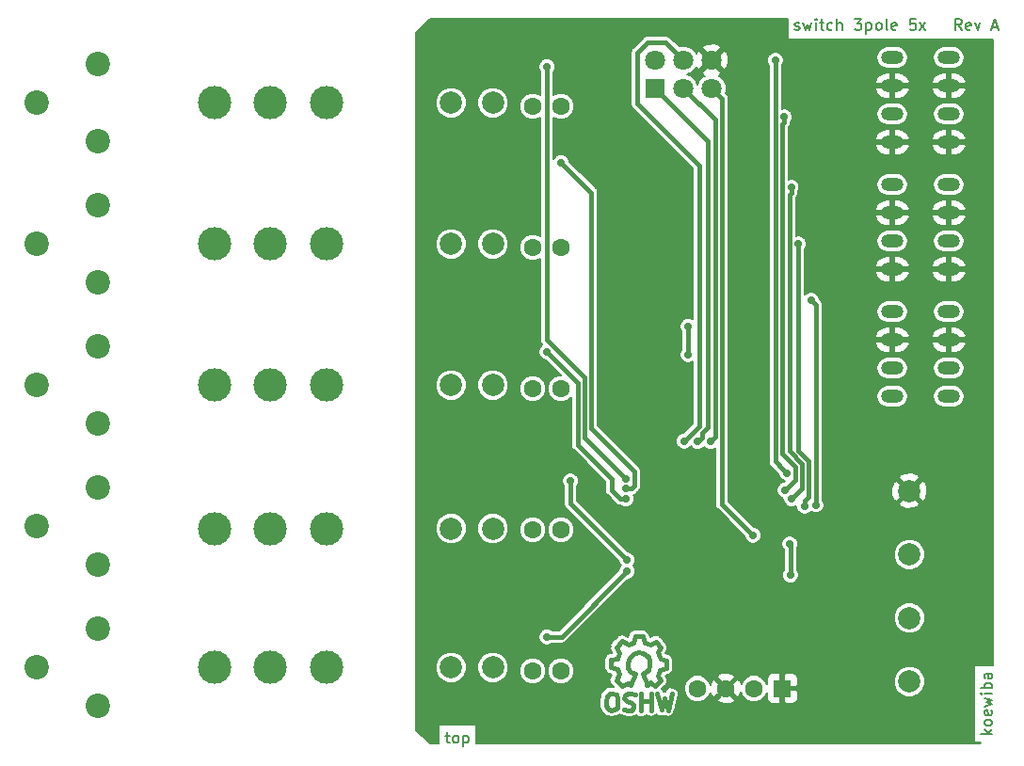
<source format=gbr>
G04 #@! TF.GenerationSoftware,KiCad,Pcbnew,5.0.0-fee4fd1~66~ubuntu16.04.1*
G04 #@! TF.CreationDate,2018-09-26T21:08:34+02:00*
G04 #@! TF.ProjectId,switch_3pole_5x,7377697463685F33706F6C655F35782E,A*
G04 #@! TF.SameCoordinates,Original*
G04 #@! TF.FileFunction,Copper,L1,Top,Signal*
G04 #@! TF.FilePolarity,Positive*
%FSLAX46Y46*%
G04 Gerber Fmt 4.6, Leading zero omitted, Abs format (unit mm)*
G04 Created by KiCad (PCBNEW 5.0.0-fee4fd1~66~ubuntu16.04.1) date Wed Sep 26 21:08:34 2018*
%MOMM*%
%LPD*%
G01*
G04 APERTURE LIST*
G04 #@! TA.AperFunction,NonConductor*
%ADD10C,0.200000*%
G04 #@! TD*
G04 #@! TA.AperFunction,EtchedComponent*
%ADD11C,0.381000*%
G04 #@! TD*
G04 #@! TA.AperFunction,ComponentPad*
%ADD12C,1.600000*%
G04 #@! TD*
G04 #@! TA.AperFunction,ComponentPad*
%ADD13R,1.600000X1.600000*%
G04 #@! TD*
G04 #@! TA.AperFunction,ComponentPad*
%ADD14C,3.000000*%
G04 #@! TD*
G04 #@! TA.AperFunction,ComponentPad*
%ADD15C,2.000000*%
G04 #@! TD*
G04 #@! TA.AperFunction,ComponentPad*
%ADD16R,1.800000X1.800000*%
G04 #@! TD*
G04 #@! TA.AperFunction,ComponentPad*
%ADD17C,1.800000*%
G04 #@! TD*
G04 #@! TA.AperFunction,ComponentPad*
%ADD18O,2.000000X1.200000*%
G04 #@! TD*
G04 #@! TA.AperFunction,ComponentPad*
%ADD19C,2.200000*%
G04 #@! TD*
G04 #@! TA.AperFunction,ViaPad*
%ADD20C,1.000000*%
G04 #@! TD*
G04 #@! TA.AperFunction,ViaPad*
%ADD21C,0.700000*%
G04 #@! TD*
G04 #@! TA.AperFunction,Conductor*
%ADD22C,0.400000*%
G04 #@! TD*
G04 #@! TA.AperFunction,Conductor*
%ADD23C,0.200000*%
G04 #@! TD*
G04 APERTURE END LIST*
D10*
X142414761Y-115355714D02*
X142795714Y-115355714D01*
X142557619Y-115022380D02*
X142557619Y-115879523D01*
X142605238Y-115974761D01*
X142700476Y-116022380D01*
X142795714Y-116022380D01*
X143271904Y-116022380D02*
X143176666Y-115974761D01*
X143129047Y-115927142D01*
X143081428Y-115831904D01*
X143081428Y-115546190D01*
X143129047Y-115450952D01*
X143176666Y-115403333D01*
X143271904Y-115355714D01*
X143414761Y-115355714D01*
X143510000Y-115403333D01*
X143557619Y-115450952D01*
X143605238Y-115546190D01*
X143605238Y-115831904D01*
X143557619Y-115927142D01*
X143510000Y-115974761D01*
X143414761Y-116022380D01*
X143271904Y-116022380D01*
X144033809Y-115355714D02*
X144033809Y-116355714D01*
X144033809Y-115403333D02*
X144129047Y-115355714D01*
X144319523Y-115355714D01*
X144414761Y-115403333D01*
X144462380Y-115450952D01*
X144510000Y-115546190D01*
X144510000Y-115831904D01*
X144462380Y-115927142D01*
X144414761Y-115974761D01*
X144319523Y-116022380D01*
X144129047Y-116022380D01*
X144033809Y-115974761D01*
X191587380Y-115201904D02*
X190587380Y-115201904D01*
X191206428Y-115106666D02*
X191587380Y-114820952D01*
X190920714Y-114820952D02*
X191301666Y-115201904D01*
X191587380Y-114249523D02*
X191539761Y-114344761D01*
X191492142Y-114392380D01*
X191396904Y-114440000D01*
X191111190Y-114440000D01*
X191015952Y-114392380D01*
X190968333Y-114344761D01*
X190920714Y-114249523D01*
X190920714Y-114106666D01*
X190968333Y-114011428D01*
X191015952Y-113963809D01*
X191111190Y-113916190D01*
X191396904Y-113916190D01*
X191492142Y-113963809D01*
X191539761Y-114011428D01*
X191587380Y-114106666D01*
X191587380Y-114249523D01*
X191539761Y-113106666D02*
X191587380Y-113201904D01*
X191587380Y-113392380D01*
X191539761Y-113487619D01*
X191444523Y-113535238D01*
X191063571Y-113535238D01*
X190968333Y-113487619D01*
X190920714Y-113392380D01*
X190920714Y-113201904D01*
X190968333Y-113106666D01*
X191063571Y-113059047D01*
X191158809Y-113059047D01*
X191254047Y-113535238D01*
X190920714Y-112725714D02*
X191587380Y-112535238D01*
X191111190Y-112344761D01*
X191587380Y-112154285D01*
X190920714Y-111963809D01*
X191587380Y-111582857D02*
X190920714Y-111582857D01*
X190587380Y-111582857D02*
X190635000Y-111630476D01*
X190682619Y-111582857D01*
X190635000Y-111535238D01*
X190587380Y-111582857D01*
X190682619Y-111582857D01*
X191587380Y-111106666D02*
X190587380Y-111106666D01*
X190968333Y-111106666D02*
X190920714Y-111011428D01*
X190920714Y-110820952D01*
X190968333Y-110725714D01*
X191015952Y-110678095D01*
X191111190Y-110630476D01*
X191396904Y-110630476D01*
X191492142Y-110678095D01*
X191539761Y-110725714D01*
X191587380Y-110820952D01*
X191587380Y-111011428D01*
X191539761Y-111106666D01*
X191587380Y-109773333D02*
X191063571Y-109773333D01*
X190968333Y-109820952D01*
X190920714Y-109916190D01*
X190920714Y-110106666D01*
X190968333Y-110201904D01*
X191539761Y-109773333D02*
X191587380Y-109868571D01*
X191587380Y-110106666D01*
X191539761Y-110201904D01*
X191444523Y-110249523D01*
X191349285Y-110249523D01*
X191254047Y-110201904D01*
X191206428Y-110106666D01*
X191206428Y-109868571D01*
X191158809Y-109773333D01*
X173846428Y-51839761D02*
X173941666Y-51887380D01*
X174132142Y-51887380D01*
X174227380Y-51839761D01*
X174275000Y-51744523D01*
X174275000Y-51696904D01*
X174227380Y-51601666D01*
X174132142Y-51554047D01*
X173989285Y-51554047D01*
X173894047Y-51506428D01*
X173846428Y-51411190D01*
X173846428Y-51363571D01*
X173894047Y-51268333D01*
X173989285Y-51220714D01*
X174132142Y-51220714D01*
X174227380Y-51268333D01*
X174608333Y-51220714D02*
X174798809Y-51887380D01*
X174989285Y-51411190D01*
X175179761Y-51887380D01*
X175370238Y-51220714D01*
X175751190Y-51887380D02*
X175751190Y-51220714D01*
X175751190Y-50887380D02*
X175703571Y-50935000D01*
X175751190Y-50982619D01*
X175798809Y-50935000D01*
X175751190Y-50887380D01*
X175751190Y-50982619D01*
X176084523Y-51220714D02*
X176465476Y-51220714D01*
X176227380Y-50887380D02*
X176227380Y-51744523D01*
X176275000Y-51839761D01*
X176370238Y-51887380D01*
X176465476Y-51887380D01*
X177227380Y-51839761D02*
X177132142Y-51887380D01*
X176941666Y-51887380D01*
X176846428Y-51839761D01*
X176798809Y-51792142D01*
X176751190Y-51696904D01*
X176751190Y-51411190D01*
X176798809Y-51315952D01*
X176846428Y-51268333D01*
X176941666Y-51220714D01*
X177132142Y-51220714D01*
X177227380Y-51268333D01*
X177655952Y-51887380D02*
X177655952Y-50887380D01*
X178084523Y-51887380D02*
X178084523Y-51363571D01*
X178036904Y-51268333D01*
X177941666Y-51220714D01*
X177798809Y-51220714D01*
X177703571Y-51268333D01*
X177655952Y-51315952D01*
X179227380Y-50887380D02*
X179846428Y-50887380D01*
X179513095Y-51268333D01*
X179655952Y-51268333D01*
X179751190Y-51315952D01*
X179798809Y-51363571D01*
X179846428Y-51458809D01*
X179846428Y-51696904D01*
X179798809Y-51792142D01*
X179751190Y-51839761D01*
X179655952Y-51887380D01*
X179370238Y-51887380D01*
X179275000Y-51839761D01*
X179227380Y-51792142D01*
X180275000Y-51220714D02*
X180275000Y-52220714D01*
X180275000Y-51268333D02*
X180370238Y-51220714D01*
X180560714Y-51220714D01*
X180655952Y-51268333D01*
X180703571Y-51315952D01*
X180751190Y-51411190D01*
X180751190Y-51696904D01*
X180703571Y-51792142D01*
X180655952Y-51839761D01*
X180560714Y-51887380D01*
X180370238Y-51887380D01*
X180275000Y-51839761D01*
X181322619Y-51887380D02*
X181227380Y-51839761D01*
X181179761Y-51792142D01*
X181132142Y-51696904D01*
X181132142Y-51411190D01*
X181179761Y-51315952D01*
X181227380Y-51268333D01*
X181322619Y-51220714D01*
X181465476Y-51220714D01*
X181560714Y-51268333D01*
X181608333Y-51315952D01*
X181655952Y-51411190D01*
X181655952Y-51696904D01*
X181608333Y-51792142D01*
X181560714Y-51839761D01*
X181465476Y-51887380D01*
X181322619Y-51887380D01*
X182227380Y-51887380D02*
X182132142Y-51839761D01*
X182084523Y-51744523D01*
X182084523Y-50887380D01*
X182989285Y-51839761D02*
X182894047Y-51887380D01*
X182703571Y-51887380D01*
X182608333Y-51839761D01*
X182560714Y-51744523D01*
X182560714Y-51363571D01*
X182608333Y-51268333D01*
X182703571Y-51220714D01*
X182894047Y-51220714D01*
X182989285Y-51268333D01*
X183036904Y-51363571D01*
X183036904Y-51458809D01*
X182560714Y-51554047D01*
X184703571Y-50887380D02*
X184227380Y-50887380D01*
X184179761Y-51363571D01*
X184227380Y-51315952D01*
X184322619Y-51268333D01*
X184560714Y-51268333D01*
X184655952Y-51315952D01*
X184703571Y-51363571D01*
X184751190Y-51458809D01*
X184751190Y-51696904D01*
X184703571Y-51792142D01*
X184655952Y-51839761D01*
X184560714Y-51887380D01*
X184322619Y-51887380D01*
X184227380Y-51839761D01*
X184179761Y-51792142D01*
X185084523Y-51887380D02*
X185608333Y-51220714D01*
X185084523Y-51220714D02*
X185608333Y-51887380D01*
X188846428Y-51887380D02*
X188513095Y-51411190D01*
X188275000Y-51887380D02*
X188275000Y-50887380D01*
X188655952Y-50887380D01*
X188751190Y-50935000D01*
X188798809Y-50982619D01*
X188846428Y-51077857D01*
X188846428Y-51220714D01*
X188798809Y-51315952D01*
X188751190Y-51363571D01*
X188655952Y-51411190D01*
X188275000Y-51411190D01*
X189655952Y-51839761D02*
X189560714Y-51887380D01*
X189370238Y-51887380D01*
X189275000Y-51839761D01*
X189227380Y-51744523D01*
X189227380Y-51363571D01*
X189275000Y-51268333D01*
X189370238Y-51220714D01*
X189560714Y-51220714D01*
X189655952Y-51268333D01*
X189703571Y-51363571D01*
X189703571Y-51458809D01*
X189227380Y-51554047D01*
X190036904Y-51220714D02*
X190275000Y-51887380D01*
X190513095Y-51220714D01*
X191608333Y-51601666D02*
X192084523Y-51601666D01*
X191513095Y-51887380D02*
X191846428Y-50887380D01*
X192179761Y-51887380D01*
D11*
G04 #@! TO.C,LOGO1*
X160155520Y-109794160D02*
X160554300Y-110794920D01*
X159454480Y-109794160D02*
X159103960Y-110794920D01*
X159103960Y-109596040D02*
X159454480Y-109794160D01*
X158855040Y-109293780D02*
X159103960Y-109596040D01*
X158804240Y-108795940D02*
X158855040Y-109293780D01*
X158954100Y-108343820D02*
X158804240Y-108795940D01*
X159355420Y-107995840D02*
X158954100Y-108343820D01*
X159754200Y-107894240D02*
X159355420Y-107995840D01*
X160203780Y-107945040D02*
X159754200Y-107894240D01*
X160655900Y-108295560D02*
X160203780Y-107945040D01*
X160805760Y-108646080D02*
X160655900Y-108295560D01*
X160805760Y-109044860D02*
X160805760Y-108646080D01*
X160655900Y-109446180D02*
X160805760Y-109044860D01*
X160455240Y-109644300D02*
X160655900Y-109446180D01*
X160155520Y-109794160D02*
X160455240Y-109644300D01*
X157874600Y-109415700D02*
X158014300Y-109814480D01*
X157315800Y-109215040D02*
X157874600Y-109415700D01*
X157325960Y-108514000D02*
X157315800Y-109215040D01*
X157874600Y-108414940D02*
X157325960Y-108514000D01*
X158044780Y-107934880D02*
X157874600Y-108414940D01*
X157795860Y-107393860D02*
X158044780Y-107934880D01*
X158314020Y-106865540D02*
X157795860Y-107393860D01*
X158865200Y-107134780D02*
X158314020Y-106865540D01*
X159284300Y-106964600D02*
X158865200Y-107134780D01*
X159495120Y-106415960D02*
X159284300Y-106964600D01*
X160186000Y-106433740D02*
X159495120Y-106415960D01*
X160356180Y-106974760D02*
X160186000Y-106433740D01*
X160826080Y-107175420D02*
X160356180Y-106974760D01*
X161344240Y-106913800D02*
X160826080Y-107175420D01*
X161814140Y-107424340D02*
X161344240Y-106913800D01*
X161544900Y-107894240D02*
X161814140Y-107424340D01*
X161745560Y-108465740D02*
X161544900Y-107894240D01*
X162304360Y-108605440D02*
X161745560Y-108465740D01*
X162304360Y-109286160D02*
X162304360Y-108605440D01*
X161694760Y-109474120D02*
X162304360Y-109286160D01*
X161504260Y-109944020D02*
X161694760Y-109474120D01*
X161786200Y-110424080D02*
X161504260Y-109944020D01*
X161313760Y-110914300D02*
X161786200Y-110424080D01*
X160874340Y-110584100D02*
X161313760Y-110914300D01*
X160544140Y-110774600D02*
X160874340Y-110584100D01*
X158824560Y-110634900D02*
X159103960Y-110794920D01*
X158303860Y-110904140D02*
X158824560Y-110634900D01*
X157765380Y-110385980D02*
X158303860Y-110904140D01*
X158024460Y-109824640D02*
X157765380Y-110385980D01*
X157765380Y-111683920D02*
X157404700Y-111554380D01*
X157874600Y-111965860D02*
X157765380Y-111683920D01*
X157925400Y-112374800D02*
X157874600Y-111965860D01*
X157854280Y-112834540D02*
X157925400Y-112374800D01*
X157635840Y-113014880D02*
X157854280Y-112834540D01*
X157325960Y-113086000D02*
X157635840Y-113014880D01*
X157074500Y-112964080D02*
X157325960Y-113086000D01*
X156873840Y-112644040D02*
X157074500Y-112964080D01*
X156845900Y-112296060D02*
X156873840Y-112644040D01*
X156934800Y-111805840D02*
X156845900Y-112296060D01*
X157176100Y-111564540D02*
X156934800Y-111805840D01*
X157425020Y-111544220D02*
X157176100Y-111564540D01*
X158814400Y-113103780D02*
X158463880Y-112994560D01*
X159134440Y-113075840D02*
X158814400Y-113103780D01*
X159365580Y-112854860D02*
X159134440Y-113075840D01*
X159324940Y-112555140D02*
X159365580Y-112854860D01*
X159144600Y-112395120D02*
X159324940Y-112555140D01*
X158755980Y-112265580D02*
X159144600Y-112395120D01*
X158514680Y-112024280D02*
X158755980Y-112265580D01*
X158545160Y-111755040D02*
X158514680Y-112024280D01*
X158783920Y-111554380D02*
X158545160Y-111755040D01*
X159103960Y-111564540D02*
X158783920Y-111554380D01*
X159454480Y-111645820D02*
X159103960Y-111564540D01*
X160005660Y-113113940D02*
X160015820Y-113103780D01*
X160005660Y-111544220D02*
X160005660Y-113113940D01*
X160894660Y-111554380D02*
X160894660Y-113096160D01*
X160854020Y-112275740D02*
X160854020Y-112265580D01*
X160843860Y-112265580D02*
X160854020Y-112275740D01*
X160053920Y-112275740D02*
X160843860Y-112265580D01*
X162423740Y-113065680D02*
X162764100Y-111615340D01*
X162113860Y-111993800D02*
X162423740Y-113065680D01*
X161834460Y-113055520D02*
X162113860Y-111993800D01*
X161473780Y-111584860D02*
X161834460Y-113055520D01*
G04 #@! TD*
D12*
G04 #@! TO.P,U7,4*
G04 #@! TO.N,+5V*
X165100000Y-111125000D03*
G04 #@! TO.P,U7,3*
G04 #@! TO.N,GND*
X167640000Y-111125000D03*
G04 #@! TO.P,U7,2*
G04 #@! TO.N,+24V*
X170180000Y-111125000D03*
D13*
G04 #@! TO.P,U7,1*
G04 #@! TO.N,GND*
X172720000Y-111125000D03*
G04 #@! TD*
D14*
G04 #@! TO.P,REL5,5*
G04 #@! TO.N,/Relays/RELAY_4_NO*
X121685000Y-109220000D03*
G04 #@! TO.P,REL5,4*
G04 #@! TO.N,/Relays/RELAY_4_COM*
X126685000Y-109220000D03*
G04 #@! TO.P,REL5,3*
G04 #@! TO.N,/Relays/RELAY_4_NC*
X131685000Y-109220000D03*
D15*
G04 #@! TO.P,REL5,2*
G04 #@! TO.N,+24V*
X142935000Y-109220000D03*
G04 #@! TO.P,REL5,1*
G04 #@! TO.N,Net-(D10-Pad2)*
X146685000Y-109220000D03*
G04 #@! TD*
D14*
G04 #@! TO.P,REL1,5*
G04 #@! TO.N,/Relays/RELAY_0_NO*
X121685000Y-58420000D03*
G04 #@! TO.P,REL1,4*
G04 #@! TO.N,/Relays/RELAY_0_COM*
X126685000Y-58420000D03*
G04 #@! TO.P,REL1,3*
G04 #@! TO.N,/Relays/RELAY_0_NC*
X131685000Y-58420000D03*
D15*
G04 #@! TO.P,REL1,2*
G04 #@! TO.N,+24V*
X142935000Y-58420000D03*
G04 #@! TO.P,REL1,1*
G04 #@! TO.N,Net-(D1-Pad1)*
X146685000Y-58420000D03*
G04 #@! TD*
D14*
G04 #@! TO.P,REL2,5*
G04 #@! TO.N,/Relays/RELAY_1_NO*
X121685000Y-71120000D03*
G04 #@! TO.P,REL2,4*
G04 #@! TO.N,/Relays/RELAY_1_COM*
X126685000Y-71120000D03*
G04 #@! TO.P,REL2,3*
G04 #@! TO.N,/Relays/RELAY_1_NC*
X131685000Y-71120000D03*
D15*
G04 #@! TO.P,REL2,2*
G04 #@! TO.N,+24V*
X142935000Y-71120000D03*
G04 #@! TO.P,REL2,1*
G04 #@! TO.N,Net-(D2-Pad1)*
X146685000Y-71120000D03*
G04 #@! TD*
D14*
G04 #@! TO.P,REL3,5*
G04 #@! TO.N,/Relays/RELAY_2_NO*
X121685000Y-83820000D03*
G04 #@! TO.P,REL3,4*
G04 #@! TO.N,/Relays/RELAY_2_COM*
X126685000Y-83820000D03*
G04 #@! TO.P,REL3,3*
G04 #@! TO.N,/Relays/RELAY_2_NC*
X131685000Y-83820000D03*
D15*
G04 #@! TO.P,REL3,2*
G04 #@! TO.N,+24V*
X142935000Y-83820000D03*
G04 #@! TO.P,REL3,1*
G04 #@! TO.N,Net-(D3-Pad1)*
X146685000Y-83820000D03*
G04 #@! TD*
D14*
G04 #@! TO.P,REL4,5*
G04 #@! TO.N,/Relays/RELAY_3_NO*
X121685000Y-96733542D03*
G04 #@! TO.P,REL4,4*
G04 #@! TO.N,/Relays/RELAY_3_COM*
X126685000Y-96733542D03*
G04 #@! TO.P,REL4,3*
G04 #@! TO.N,/Relays/RELAY_3_NC*
X131685000Y-96733542D03*
D15*
G04 #@! TO.P,REL4,2*
G04 #@! TO.N,+24V*
X142935000Y-96733542D03*
G04 #@! TO.P,REL4,1*
G04 #@! TO.N,Net-(D4-Pad1)*
X146685000Y-96733542D03*
G04 #@! TD*
D12*
G04 #@! TO.P,D6,2*
G04 #@! TO.N,Net-(D1-Pad1)*
X150280000Y-58730000D03*
G04 #@! TO.P,D6,1*
G04 #@! TO.N,Net-(D6-Pad1)*
X152820000Y-58730000D03*
G04 #@! TD*
G04 #@! TO.P,D7,2*
G04 #@! TO.N,Net-(D2-Pad1)*
X150280000Y-71430000D03*
G04 #@! TO.P,D7,1*
G04 #@! TO.N,Net-(D7-Pad1)*
X152820000Y-71430000D03*
G04 #@! TD*
G04 #@! TO.P,D8,2*
G04 #@! TO.N,Net-(D3-Pad1)*
X150280000Y-84130000D03*
G04 #@! TO.P,D8,1*
G04 #@! TO.N,Net-(D8-Pad1)*
X152820000Y-84130000D03*
G04 #@! TD*
G04 #@! TO.P,D9,2*
G04 #@! TO.N,Net-(D4-Pad1)*
X150280000Y-96830000D03*
G04 #@! TO.P,D9,1*
G04 #@! TO.N,Net-(D9-Pad1)*
X152820000Y-96830000D03*
G04 #@! TD*
G04 #@! TO.P,D10,2*
G04 #@! TO.N,Net-(D10-Pad2)*
X150280000Y-109530000D03*
G04 #@! TO.P,D10,1*
G04 #@! TO.N,Net-(D10-Pad1)*
X152820000Y-109530000D03*
G04 #@! TD*
D15*
G04 #@! TO.P,J16,1*
G04 #@! TO.N,GND*
X184150000Y-93345000D03*
G04 #@! TD*
G04 #@! TO.P,J13,1*
G04 #@! TO.N,Net-(F2-Pad2)*
X184150000Y-110490000D03*
G04 #@! TD*
G04 #@! TO.P,J14,1*
G04 #@! TO.N,/bus_atmega328_basic/A*
X184150000Y-104775000D03*
G04 #@! TD*
G04 #@! TO.P,J15,1*
G04 #@! TO.N,/bus_atmega328_basic/B*
X184150000Y-99060000D03*
G04 #@! TD*
D16*
G04 #@! TO.P,J12,1*
G04 #@! TO.N,/bus_atmega328_basic/PB4_MISO*
X161290000Y-57150000D03*
D17*
G04 #@! TO.P,J12,2*
G04 #@! TO.N,+5V*
X161290000Y-54610000D03*
G04 #@! TO.P,J12,3*
G04 #@! TO.N,/bus_atmega328_basic/PB5_SCK*
X163830000Y-57150000D03*
G04 #@! TO.P,J12,4*
G04 #@! TO.N,/bus_atmega328_basic/PB3_MOSI*
X163830000Y-54610000D03*
G04 #@! TO.P,J12,5*
G04 #@! TO.N,/bus_atmega328_basic//RESET*
X166370000Y-57150000D03*
G04 #@! TO.P,J12,6*
G04 #@! TO.N,GND*
X166370000Y-54610000D03*
G04 #@! TD*
D18*
G04 #@! TO.P,J7,4*
G04 #@! TO.N,GND*
X182626000Y-61976000D03*
G04 #@! TO.P,J7,3*
G04 #@! TO.N,Net-(J7-Pad3)*
X182626000Y-59436000D03*
G04 #@! TO.P,J7,2*
G04 #@! TO.N,GND*
X182626000Y-56896000D03*
G04 #@! TO.P,J7,1*
G04 #@! TO.N,Net-(J7-Pad1)*
X182626000Y-54356000D03*
G04 #@! TO.P,J7,4*
G04 #@! TO.N,GND*
X187706000Y-61976000D03*
G04 #@! TO.P,J7,3*
G04 #@! TO.N,Net-(J7-Pad3)*
X187706000Y-59436000D03*
G04 #@! TO.P,J7,1*
G04 #@! TO.N,Net-(J7-Pad1)*
X187706000Y-54356000D03*
G04 #@! TO.P,J7,2*
G04 #@! TO.N,GND*
X187706000Y-56896000D03*
G04 #@! TD*
G04 #@! TO.P,J8,4*
G04 #@! TO.N,GND*
X182626000Y-73406000D03*
G04 #@! TO.P,J8,3*
G04 #@! TO.N,Net-(J8-Pad3)*
X182626000Y-70866000D03*
G04 #@! TO.P,J8,2*
G04 #@! TO.N,GND*
X182626000Y-68326000D03*
G04 #@! TO.P,J8,1*
G04 #@! TO.N,Net-(J8-Pad1)*
X182626000Y-65786000D03*
G04 #@! TO.P,J8,4*
G04 #@! TO.N,GND*
X187706000Y-73406000D03*
G04 #@! TO.P,J8,3*
G04 #@! TO.N,Net-(J8-Pad3)*
X187706000Y-70866000D03*
G04 #@! TO.P,J8,1*
G04 #@! TO.N,Net-(J8-Pad1)*
X187706000Y-65786000D03*
G04 #@! TO.P,J8,2*
G04 #@! TO.N,GND*
X187706000Y-68326000D03*
G04 #@! TD*
G04 #@! TO.P,J9,4*
G04 #@! TO.N,N/C*
X182626000Y-84836000D03*
G04 #@! TO.P,J9,3*
X182626000Y-82296000D03*
G04 #@! TO.P,J9,2*
G04 #@! TO.N,GND*
X182626000Y-79756000D03*
G04 #@! TO.P,J9,1*
G04 #@! TO.N,Net-(J9-Pad1)*
X182626000Y-77216000D03*
G04 #@! TO.P,J9,4*
G04 #@! TO.N,N/C*
X187706000Y-84836000D03*
G04 #@! TO.P,J9,3*
X187706000Y-82296000D03*
G04 #@! TO.P,J9,1*
G04 #@! TO.N,Net-(J9-Pad1)*
X187706000Y-77216000D03*
G04 #@! TO.P,J9,2*
G04 #@! TO.N,GND*
X187706000Y-79756000D03*
G04 #@! TD*
D19*
G04 #@! TO.P,J1,2*
G04 #@! TO.N,/Relays/RELAY_0_NO*
X105640000Y-58420000D03*
G04 #@! TO.P,J1,3*
G04 #@! TO.N,/Relays/RELAY_0_COM*
X111140000Y-61920000D03*
G04 #@! TO.P,J1,1*
G04 #@! TO.N,/Relays/RELAY_0_NC*
X111140000Y-54920000D03*
G04 #@! TD*
G04 #@! TO.P,J2,2*
G04 #@! TO.N,/Relays/RELAY_1_NO*
X105640000Y-71120000D03*
G04 #@! TO.P,J2,3*
G04 #@! TO.N,/Relays/RELAY_1_COM*
X111140000Y-74620000D03*
G04 #@! TO.P,J2,1*
G04 #@! TO.N,/Relays/RELAY_1_NC*
X111140000Y-67620000D03*
G04 #@! TD*
G04 #@! TO.P,J3,2*
G04 #@! TO.N,/Relays/RELAY_2_NO*
X105640000Y-83820000D03*
G04 #@! TO.P,J3,3*
G04 #@! TO.N,/Relays/RELAY_2_COM*
X111140000Y-87320000D03*
G04 #@! TO.P,J3,1*
G04 #@! TO.N,/Relays/RELAY_2_NC*
X111140000Y-80320000D03*
G04 #@! TD*
G04 #@! TO.P,J4,2*
G04 #@! TO.N,/Relays/RELAY_3_NO*
X105640000Y-96520000D03*
G04 #@! TO.P,J4,3*
G04 #@! TO.N,/Relays/RELAY_3_COM*
X111140000Y-100020000D03*
G04 #@! TO.P,J4,1*
G04 #@! TO.N,/Relays/RELAY_3_NC*
X111140000Y-93020000D03*
G04 #@! TD*
G04 #@! TO.P,J5,2*
G04 #@! TO.N,/Relays/RELAY_4_NO*
X105640000Y-109220000D03*
G04 #@! TO.P,J5,3*
G04 #@! TO.N,/Relays/RELAY_4_COM*
X111140000Y-112720000D03*
G04 #@! TO.P,J5,1*
G04 #@! TO.N,/Relays/RELAY_4_NC*
X111140000Y-105720000D03*
G04 #@! TD*
D20*
G04 #@! TO.N,GND*
X156845000Y-107315000D03*
X162560000Y-104775000D03*
D21*
X165561446Y-93480450D03*
D20*
X184785000Y-102235000D03*
X182245000Y-88900000D03*
D21*
X162560000Y-98806000D03*
X162560000Y-97282000D03*
D20*
X156846153Y-84447541D03*
X149010000Y-106482000D03*
X147486000Y-81336000D03*
X149010000Y-55174000D03*
X149010000Y-68382002D03*
X149010000Y-93528000D03*
D21*
X161456000Y-74732000D03*
D20*
X178220000Y-102926000D03*
D21*
G04 #@! TO.N,/bus_atmega328_basic/PB4_MISO*
X165113985Y-88922212D03*
G04 #@! TO.N,/bus_atmega328_basic/PB5_SCK*
X166253965Y-88898947D03*
G04 #@! TO.N,/bus_atmega328_basic/PB3_MOSI*
X163895996Y-88864004D03*
G04 #@! TO.N,/bus_atmega328_basic/RXD0*
X173460184Y-100917998D03*
X173405990Y-98118834D03*
G04 #@! TO.N,/bus_atmega328_basic//RESET*
X170092000Y-97338000D03*
G04 #@! TO.N,//button_0*
X172085000Y-54610000D03*
X173140000Y-91750000D03*
G04 #@! TO.N,//button_1*
X172967968Y-93279243D03*
X172885010Y-59690000D03*
G04 #@! TO.N,//button_2*
X173568348Y-94073493D03*
X173520010Y-66040000D03*
G04 #@! TO.N,//button_3*
X174732490Y-94705789D03*
X174155010Y-71120000D03*
G04 #@! TO.N,//button_4*
X175728044Y-94611460D03*
X175325010Y-76200000D03*
G04 #@! TO.N,/relay_0*
X158661998Y-92258000D03*
X151549996Y-55174000D03*
G04 #@! TO.N,/relay_1*
X152820000Y-63810000D03*
X158646972Y-93157886D03*
G04 #@! TO.N,/relay_2*
X151550000Y-80827992D03*
X158662368Y-94057766D03*
G04 #@! TO.N,/relay_3*
X153670000Y-92456000D03*
X158750000Y-99568000D03*
G04 #@! TO.N,/relay_4*
X158750000Y-100584000D03*
X151550000Y-106482000D03*
G04 #@! TO.N,/bus_atmega328_basic/MOSI*
X164250000Y-78542000D03*
X164250000Y-81082000D03*
G04 #@! TD*
D22*
G04 #@! TO.N,/bus_atmega328_basic/PB4_MISO*
X165513984Y-88522213D02*
X165113985Y-88922212D01*
X166013934Y-61873934D02*
X166013934Y-87594609D01*
X166013934Y-87594609D02*
X165513984Y-88094559D01*
X165513984Y-88094559D02*
X165513984Y-88522213D01*
X161290000Y-57150000D02*
X166013934Y-61873934D01*
G04 #@! TO.N,/bus_atmega328_basic/PB5_SCK*
X163830000Y-57150000D02*
X166653964Y-59973964D01*
X166653964Y-59973964D02*
X166653964Y-88498948D01*
X166653964Y-88498948D02*
X166253965Y-88898947D01*
G04 #@! TO.N,/bus_atmega328_basic/PB3_MOSI*
X165266000Y-87494000D02*
X163895996Y-88864004D01*
X159682936Y-58496650D02*
X165266000Y-64079714D01*
X165266000Y-64079714D02*
X165266000Y-87494000D01*
X163830000Y-54610000D02*
X162236833Y-53016833D01*
X159682936Y-53941120D02*
X159682936Y-58496650D01*
X162236833Y-53016833D02*
X160607223Y-53016833D01*
X160607223Y-53016833D02*
X159682936Y-53941120D01*
G04 #@! TO.N,/bus_atmega328_basic/RXD0*
X173460184Y-100917998D02*
X173460184Y-98173028D01*
X173460184Y-98173028D02*
X173405990Y-98118834D01*
G04 #@! TO.N,/bus_atmega328_basic//RESET*
X167298000Y-94544000D02*
X170092000Y-97338000D01*
X167298000Y-58078000D02*
X167298000Y-94544000D01*
X166370000Y-57150000D02*
X167298000Y-58078000D01*
G04 #@! TO.N,//button_0*
X172790001Y-91400001D02*
X173140000Y-91750000D01*
X172085000Y-54610000D02*
X172085000Y-90695000D01*
X172085000Y-90695000D02*
X172790001Y-91400001D01*
G04 #@! TO.N,//button_1*
X172720000Y-60349984D02*
X172720000Y-89965996D01*
X172885010Y-59690000D02*
X172885010Y-60184974D01*
X173890002Y-91135998D02*
X173890002Y-92357209D01*
X173890002Y-92357209D02*
X173317967Y-92929244D01*
X172720000Y-89965996D02*
X173890002Y-91135998D01*
X172885010Y-60184974D02*
X172720000Y-60349984D01*
X173317967Y-92929244D02*
X172967968Y-93279243D01*
G04 #@! TO.N,//button_2*
X173520010Y-66534974D02*
X173355000Y-66699984D01*
X173355000Y-89752453D02*
X174490013Y-90887466D01*
X173918347Y-93723494D02*
X173568348Y-94073493D01*
X173520010Y-66040000D02*
X173520010Y-66534974D01*
X174490013Y-93151828D02*
X173918347Y-93723494D01*
X173355000Y-66699984D02*
X173355000Y-89752453D01*
X174490013Y-90887466D02*
X174490013Y-93151828D01*
G04 #@! TO.N,//button_3*
X174732490Y-94210815D02*
X174732490Y-94705789D01*
X175090024Y-93853281D02*
X174732490Y-94210815D01*
X175090024Y-90638934D02*
X175090024Y-93853281D01*
X174155010Y-71120000D02*
X174155010Y-89703920D01*
X174155010Y-89703920D02*
X175090024Y-90638934D01*
G04 #@! TO.N,//button_4*
X175728044Y-76603034D02*
X175728044Y-94116486D01*
X175325010Y-76200000D02*
X175728044Y-76603034D01*
X175728044Y-94116486D02*
X175728044Y-94611460D01*
G04 #@! TO.N,/relay_0*
X151549996Y-79725454D02*
X151549996Y-55668974D01*
X154944011Y-88540013D02*
X154944011Y-83119469D01*
X151549996Y-55668974D02*
X151549996Y-55174000D01*
X158661998Y-92258000D02*
X154944011Y-88540013D01*
X154944011Y-83119469D02*
X151549996Y-79725454D01*
G04 #@! TO.N,/relay_1*
X155544022Y-87727460D02*
X159424000Y-91607438D01*
X159424000Y-91607438D02*
X159424000Y-92875832D01*
X159141946Y-93157886D02*
X158646972Y-93157886D01*
X159424000Y-92875832D02*
X159141946Y-93157886D01*
X155544022Y-66534022D02*
X155544022Y-87727460D01*
X152820000Y-63810000D02*
X155544022Y-66534022D01*
G04 #@! TO.N,/relay_2*
X151550000Y-80827992D02*
X154344000Y-83621992D01*
X154344000Y-83621992D02*
X154344000Y-89210000D01*
X154344000Y-89210000D02*
X157392000Y-92258000D01*
X158167394Y-94057766D02*
X158662368Y-94057766D01*
X158167347Y-94057766D02*
X158167394Y-94057766D01*
X157392000Y-93282419D02*
X158167347Y-94057766D01*
X157392000Y-92258000D02*
X157392000Y-93282419D01*
G04 #@! TO.N,/relay_3*
X158750000Y-99568000D02*
X153670000Y-94488000D01*
X153670000Y-94488000D02*
X153670000Y-92456000D01*
G04 #@! TO.N,/relay_4*
X158750000Y-100584000D02*
X152852000Y-106482000D01*
X152044974Y-106482000D02*
X151550000Y-106482000D01*
X152852000Y-106482000D02*
X152044974Y-106482000D01*
G04 #@! TO.N,/bus_atmega328_basic/MOSI*
X164250000Y-78542000D02*
X164250000Y-81082000D01*
G04 #@! TD*
D23*
G04 #@! TO.N,GND*
G36*
X173185952Y-52765000D02*
X191670000Y-52765000D01*
X191670000Y-109065238D01*
X189965000Y-109065238D01*
X189965000Y-115970000D01*
X190593578Y-115970000D01*
X190458578Y-116105000D01*
X145200476Y-116105000D01*
X145200476Y-114400000D01*
X141819524Y-114400000D01*
X141819524Y-116105000D01*
X141011422Y-116105000D01*
X139800000Y-114893578D01*
X139800000Y-112285351D01*
X156252640Y-112285351D01*
X156255802Y-112324737D01*
X156257477Y-112423510D01*
X156265152Y-112441186D01*
X156282654Y-112659161D01*
X156280182Y-112744312D01*
X156312798Y-112830007D01*
X156337827Y-112918220D01*
X156390675Y-112985039D01*
X156569560Y-113270349D01*
X156624511Y-113364072D01*
X156678854Y-113405196D01*
X156725623Y-113454762D01*
X156824734Y-113499227D01*
X156986766Y-113577789D01*
X157006254Y-113596169D01*
X157091718Y-113628675D01*
X157120670Y-113642712D01*
X157145976Y-113649311D01*
X157225824Y-113679681D01*
X157258740Y-113678718D01*
X157290606Y-113687028D01*
X157375234Y-113675310D01*
X157401368Y-113674545D01*
X157432718Y-113667350D01*
X157523301Y-113654807D01*
X157546413Y-113641256D01*
X157732063Y-113598648D01*
X157812294Y-113590509D01*
X157897030Y-113544898D01*
X157984829Y-113505483D01*
X158040163Y-113446813D01*
X158058147Y-113431966D01*
X158078437Y-113457073D01*
X158232691Y-113541024D01*
X158582202Y-113649930D01*
X158633249Y-113677948D01*
X158693240Y-113684530D01*
X158694256Y-113684846D01*
X158751139Y-113690882D01*
X158807821Y-113697100D01*
X158808877Y-113697008D01*
X158868896Y-113703376D01*
X158924747Y-113686892D01*
X159095117Y-113672018D01*
X159120914Y-113677755D01*
X159211332Y-113661873D01*
X159243731Y-113659044D01*
X159268491Y-113651832D01*
X159352286Y-113637113D01*
X159380377Y-113619243D01*
X159412344Y-113609932D01*
X159478705Y-113556692D01*
X159500464Y-113542850D01*
X159523973Y-113520374D01*
X159552013Y-113497879D01*
X159579934Y-113539666D01*
X159677792Y-113605052D01*
X159775260Y-113670178D01*
X160005660Y-113716008D01*
X160236061Y-113670178D01*
X160374903Y-113577407D01*
X160382084Y-113572609D01*
X160382085Y-113572608D01*
X160431386Y-113539666D01*
X160456101Y-113502678D01*
X160468935Y-113521886D01*
X160664260Y-113652398D01*
X160894660Y-113698228D01*
X161125061Y-113652398D01*
X161320386Y-113521886D01*
X161376937Y-113437251D01*
X161412837Y-113470114D01*
X161470087Y-113534808D01*
X161498814Y-113548815D01*
X161522391Y-113570397D01*
X161603589Y-113599903D01*
X161681238Y-113637764D01*
X161713140Y-113639712D01*
X161743181Y-113650628D01*
X161829488Y-113646815D01*
X161915716Y-113652079D01*
X161945935Y-113641670D01*
X161977867Y-113640259D01*
X162056145Y-113603708D01*
X162119810Y-113581778D01*
X162132997Y-113592893D01*
X162211348Y-113617786D01*
X162286187Y-113651824D01*
X162322379Y-113653060D01*
X162356884Y-113664023D01*
X162438794Y-113657038D01*
X162520963Y-113659845D01*
X162554869Y-113647139D01*
X162590950Y-113644062D01*
X162663956Y-113606260D01*
X162740940Y-113577411D01*
X162767405Y-113552694D01*
X162799558Y-113536046D01*
X162852538Y-113473187D01*
X162912626Y-113417070D01*
X162927618Y-113384108D01*
X162950953Y-113356422D01*
X162975845Y-113278073D01*
X162985335Y-113257208D01*
X162993421Y-113222752D01*
X163022084Y-113132534D01*
X163020087Y-113109121D01*
X163352268Y-111693634D01*
X163358265Y-111518116D01*
X163275831Y-111298140D01*
X163115490Y-111126454D01*
X162901653Y-111029196D01*
X162666876Y-111021175D01*
X162446899Y-111103609D01*
X162275214Y-111263950D01*
X162211022Y-111405085D01*
X162180715Y-111395456D01*
X162106725Y-111401766D01*
X162035814Y-111397437D01*
X162033432Y-111387726D01*
X161959128Y-111228600D01*
X161891026Y-111166261D01*
X162160828Y-110886305D01*
X163900000Y-110886305D01*
X163900000Y-111363695D01*
X164082689Y-111804745D01*
X164420255Y-112142311D01*
X164861305Y-112325000D01*
X165338695Y-112325000D01*
X165779745Y-112142311D01*
X165787087Y-112134969D01*
X166847820Y-112134969D01*
X166925643Y-112370229D01*
X167456548Y-112548815D01*
X168015382Y-112510637D01*
X168354357Y-112370229D01*
X168432180Y-112134969D01*
X167640000Y-111342789D01*
X166847820Y-112134969D01*
X165787087Y-112134969D01*
X166117311Y-111804745D01*
X166252808Y-111477626D01*
X166254363Y-111500382D01*
X166394771Y-111839357D01*
X166630031Y-111917180D01*
X167422211Y-111125000D01*
X167857789Y-111125000D01*
X168649969Y-111917180D01*
X168885229Y-111839357D01*
X169015998Y-111450603D01*
X169162689Y-111804745D01*
X169500255Y-112142311D01*
X169941305Y-112325000D01*
X170418695Y-112325000D01*
X170859745Y-112142311D01*
X171197311Y-111804745D01*
X171312000Y-111527861D01*
X171312000Y-112045938D01*
X171404562Y-112269404D01*
X171575595Y-112440437D01*
X171799061Y-112533000D01*
X172414000Y-112533000D01*
X172566000Y-112381000D01*
X172566000Y-111279000D01*
X172874000Y-111279000D01*
X172874000Y-112381000D01*
X173026000Y-112533000D01*
X173640939Y-112533000D01*
X173864405Y-112440437D01*
X174035438Y-112269404D01*
X174128000Y-112045938D01*
X174128000Y-111431000D01*
X173976000Y-111279000D01*
X172874000Y-111279000D01*
X172566000Y-111279000D01*
X172546000Y-111279000D01*
X172546000Y-110971000D01*
X172566000Y-110971000D01*
X172566000Y-109869000D01*
X172874000Y-109869000D01*
X172874000Y-110971000D01*
X173976000Y-110971000D01*
X174128000Y-110819000D01*
X174128000Y-110211523D01*
X182750000Y-110211523D01*
X182750000Y-110768477D01*
X182963137Y-111283037D01*
X183356963Y-111676863D01*
X183871523Y-111890000D01*
X184428477Y-111890000D01*
X184943037Y-111676863D01*
X185336863Y-111283037D01*
X185550000Y-110768477D01*
X185550000Y-110211523D01*
X185336863Y-109696963D01*
X184943037Y-109303137D01*
X184428477Y-109090000D01*
X183871523Y-109090000D01*
X183356963Y-109303137D01*
X182963137Y-109696963D01*
X182750000Y-110211523D01*
X174128000Y-110211523D01*
X174128000Y-110204062D01*
X174035438Y-109980596D01*
X173864405Y-109809563D01*
X173640939Y-109717000D01*
X173026000Y-109717000D01*
X172874000Y-109869000D01*
X172566000Y-109869000D01*
X172414000Y-109717000D01*
X171799061Y-109717000D01*
X171575595Y-109809563D01*
X171404562Y-109980596D01*
X171312000Y-110204062D01*
X171312000Y-110722139D01*
X171197311Y-110445255D01*
X170859745Y-110107689D01*
X170418695Y-109925000D01*
X169941305Y-109925000D01*
X169500255Y-110107689D01*
X169162689Y-110445255D01*
X169027192Y-110772374D01*
X169025637Y-110749618D01*
X168885229Y-110410643D01*
X168649969Y-110332820D01*
X167857789Y-111125000D01*
X167422211Y-111125000D01*
X166630031Y-110332820D01*
X166394771Y-110410643D01*
X166264002Y-110799397D01*
X166117311Y-110445255D01*
X165787087Y-110115031D01*
X166847820Y-110115031D01*
X167640000Y-110907211D01*
X168432180Y-110115031D01*
X168354357Y-109879771D01*
X167823452Y-109701185D01*
X167264618Y-109739363D01*
X166925643Y-109879771D01*
X166847820Y-110115031D01*
X165787087Y-110115031D01*
X165779745Y-110107689D01*
X165338695Y-109925000D01*
X164861305Y-109925000D01*
X164420255Y-110107689D01*
X164082689Y-110445255D01*
X163900000Y-110886305D01*
X162160828Y-110886305D01*
X162195717Y-110850103D01*
X162266562Y-110787036D01*
X162302291Y-110713207D01*
X162346597Y-110644171D01*
X162353038Y-110608344D01*
X162368894Y-110575580D01*
X162373650Y-110493696D01*
X162388165Y-110412962D01*
X162380405Y-110377397D01*
X162382516Y-110341060D01*
X162355573Y-110263585D01*
X162338088Y-110183446D01*
X162283943Y-110105565D01*
X162186889Y-109940312D01*
X162449341Y-109859389D01*
X162534760Y-109842398D01*
X162609424Y-109792510D01*
X162688425Y-109749818D01*
X162706397Y-109727715D01*
X162730086Y-109711886D01*
X162779980Y-109637215D01*
X162836624Y-109567548D01*
X162844769Y-109540251D01*
X162860598Y-109516561D01*
X162878120Y-109428475D01*
X162903790Y-109342440D01*
X162894860Y-109255821D01*
X162894860Y-108619770D01*
X162899870Y-108516825D01*
X162874990Y-108447389D01*
X162860598Y-108375039D01*
X162835727Y-108337817D01*
X162820628Y-108295679D01*
X162771069Y-108241050D01*
X162730086Y-108179714D01*
X162692864Y-108154843D01*
X162662789Y-108121691D01*
X162596095Y-108090184D01*
X162534761Y-108049202D01*
X162433657Y-108029091D01*
X162197345Y-107970013D01*
X162191532Y-107953457D01*
X162310315Y-107746146D01*
X162360358Y-107677580D01*
X162382025Y-107588179D01*
X162411311Y-107500963D01*
X162409508Y-107474780D01*
X162415690Y-107449274D01*
X162401494Y-107358378D01*
X162395176Y-107266602D01*
X162383492Y-107243104D01*
X162379442Y-107217172D01*
X162331535Y-107138615D01*
X162290583Y-107056256D01*
X162226584Y-107000501D01*
X161794733Y-106531303D01*
X161736932Y-106457426D01*
X161664591Y-106416563D01*
X161597480Y-106367582D01*
X161563150Y-106359262D01*
X161532393Y-106341888D01*
X161449916Y-106331819D01*
X161369174Y-106312250D01*
X161334276Y-106317700D01*
X161299209Y-106313419D01*
X161219155Y-106335679D01*
X161137073Y-106348498D01*
X161057000Y-106397330D01*
X160829674Y-106512107D01*
X160761189Y-106294386D01*
X160747981Y-106217726D01*
X160695071Y-106133953D01*
X160647472Y-106047052D01*
X160632675Y-106035160D01*
X160622537Y-106019108D01*
X160541590Y-105961955D01*
X160464365Y-105899889D01*
X160446145Y-105894565D01*
X160430635Y-105883614D01*
X160333972Y-105861787D01*
X160238879Y-105834000D01*
X160161549Y-105842416D01*
X159553114Y-105826758D01*
X159479567Y-105814094D01*
X159379854Y-105836621D01*
X159279106Y-105853979D01*
X159265790Y-105862389D01*
X159250427Y-105865860D01*
X159166919Y-105924835D01*
X159080488Y-105979423D01*
X159071404Y-105992288D01*
X159058539Y-106001374D01*
X159003952Y-106087823D01*
X158944994Y-106171326D01*
X158928557Y-106244120D01*
X158843007Y-106466755D01*
X158606382Y-106351168D01*
X158539010Y-106307092D01*
X158444322Y-106289211D01*
X158351138Y-106264618D01*
X158329566Y-106267541D01*
X158308174Y-106263501D01*
X158213846Y-106283218D01*
X158118350Y-106296156D01*
X158099537Y-106307112D01*
X158078229Y-106311566D01*
X157998618Y-106365885D01*
X157915350Y-106414378D01*
X157866584Y-106478429D01*
X157408993Y-106944994D01*
X157354057Y-106984844D01*
X157297069Y-107077682D01*
X157237412Y-107168870D01*
X157235776Y-107177536D01*
X157231163Y-107185050D01*
X157214041Y-107292630D01*
X157193821Y-107399705D01*
X157195626Y-107408338D01*
X157194240Y-107417044D01*
X157219595Y-107523011D01*
X157241886Y-107629650D01*
X157280137Y-107685712D01*
X157380610Y-107904085D01*
X157335653Y-107912202D01*
X157334684Y-107911995D01*
X157220178Y-107933052D01*
X157163808Y-107943230D01*
X157162911Y-107943583D01*
X157103644Y-107954482D01*
X157054674Y-107986186D01*
X157000392Y-108007552D01*
X156957034Y-108049400D01*
X156906449Y-108082150D01*
X156873339Y-108130180D01*
X156831365Y-108170693D01*
X156807321Y-108225949D01*
X156773120Y-108275563D01*
X156760911Y-108332607D01*
X156737635Y-108386099D01*
X156736567Y-108446347D01*
X156736365Y-108447293D01*
X156735531Y-108504809D01*
X156733473Y-108620976D01*
X156733835Y-108621895D01*
X156725936Y-109166895D01*
X156714425Y-109243896D01*
X156738374Y-109339969D01*
X156756282Y-109437356D01*
X156766637Y-109453350D01*
X156771245Y-109471837D01*
X156830139Y-109551436D01*
X156883950Y-109634552D01*
X156899636Y-109645365D01*
X156910969Y-109660682D01*
X156995846Y-109711687D01*
X157077363Y-109767880D01*
X157153491Y-109784173D01*
X157358758Y-109857883D01*
X157246257Y-110101636D01*
X157204816Y-110166316D01*
X157187187Y-110264803D01*
X157163788Y-110362079D01*
X157166594Y-110379846D01*
X157163424Y-110397556D01*
X157184828Y-110495297D01*
X157200435Y-110594117D01*
X157209828Y-110609460D01*
X157213676Y-110627033D01*
X157270853Y-110709143D01*
X157323090Y-110794470D01*
X157385216Y-110839649D01*
X157509865Y-110959594D01*
X157434938Y-110950947D01*
X157387839Y-110954792D01*
X157375878Y-110953003D01*
X157359378Y-110957115D01*
X157210331Y-110969282D01*
X157176100Y-110962473D01*
X157094216Y-110978761D01*
X157070093Y-110980730D01*
X157037297Y-110990083D01*
X156945698Y-111008303D01*
X156925066Y-111022089D01*
X156901207Y-111028893D01*
X156828039Y-111086920D01*
X156799677Y-111105871D01*
X156782560Y-111122988D01*
X156717148Y-111174864D01*
X156700184Y-111205364D01*
X156596634Y-111308913D01*
X156591872Y-111310981D01*
X156513756Y-111391791D01*
X156476131Y-111429416D01*
X156473323Y-111433619D01*
X156428601Y-111479883D01*
X156408695Y-111530342D01*
X156378563Y-111575439D01*
X156366010Y-111638546D01*
X156364154Y-111643251D01*
X156354654Y-111695634D01*
X156332733Y-111805840D01*
X156333746Y-111810931D01*
X156282396Y-112094089D01*
X156273007Y-112110917D01*
X156261550Y-112209039D01*
X156254500Y-112247916D01*
X156254818Y-112266694D01*
X156252640Y-112285351D01*
X139800000Y-112285351D01*
X139800000Y-108941523D01*
X141535000Y-108941523D01*
X141535000Y-109498477D01*
X141748137Y-110013037D01*
X142141963Y-110406863D01*
X142656523Y-110620000D01*
X143213477Y-110620000D01*
X143728037Y-110406863D01*
X144121863Y-110013037D01*
X144335000Y-109498477D01*
X144335000Y-108941523D01*
X145285000Y-108941523D01*
X145285000Y-109498477D01*
X145498137Y-110013037D01*
X145891963Y-110406863D01*
X146406523Y-110620000D01*
X146963477Y-110620000D01*
X147478037Y-110406863D01*
X147871863Y-110013037D01*
X148085000Y-109498477D01*
X148085000Y-109291305D01*
X149080000Y-109291305D01*
X149080000Y-109768695D01*
X149262689Y-110209745D01*
X149600255Y-110547311D01*
X150041305Y-110730000D01*
X150518695Y-110730000D01*
X150959745Y-110547311D01*
X151297311Y-110209745D01*
X151480000Y-109768695D01*
X151480000Y-109291305D01*
X151620000Y-109291305D01*
X151620000Y-109768695D01*
X151802689Y-110209745D01*
X152140255Y-110547311D01*
X152581305Y-110730000D01*
X153058695Y-110730000D01*
X153499745Y-110547311D01*
X153837311Y-110209745D01*
X154020000Y-109768695D01*
X154020000Y-109291305D01*
X153837311Y-108850255D01*
X153499745Y-108512689D01*
X153058695Y-108330000D01*
X152581305Y-108330000D01*
X152140255Y-108512689D01*
X151802689Y-108850255D01*
X151620000Y-109291305D01*
X151480000Y-109291305D01*
X151297311Y-108850255D01*
X150959745Y-108512689D01*
X150518695Y-108330000D01*
X150041305Y-108330000D01*
X149600255Y-108512689D01*
X149262689Y-108850255D01*
X149080000Y-109291305D01*
X148085000Y-109291305D01*
X148085000Y-108941523D01*
X147871863Y-108426963D01*
X147478037Y-108033137D01*
X146963477Y-107820000D01*
X146406523Y-107820000D01*
X145891963Y-108033137D01*
X145498137Y-108426963D01*
X145285000Y-108941523D01*
X144335000Y-108941523D01*
X144121863Y-108426963D01*
X143728037Y-108033137D01*
X143213477Y-107820000D01*
X142656523Y-107820000D01*
X142141963Y-108033137D01*
X141748137Y-108426963D01*
X141535000Y-108941523D01*
X139800000Y-108941523D01*
X139800000Y-106332816D01*
X150800000Y-106332816D01*
X150800000Y-106631184D01*
X150914181Y-106906841D01*
X151125159Y-107117819D01*
X151400816Y-107232000D01*
X151699184Y-107232000D01*
X151974841Y-107117819D01*
X152010660Y-107082000D01*
X152792914Y-107082000D01*
X152852000Y-107093753D01*
X152911086Y-107082000D01*
X152911091Y-107082000D01*
X153086108Y-107047187D01*
X153284575Y-106914575D01*
X153318049Y-106864478D01*
X155686004Y-104496523D01*
X182750000Y-104496523D01*
X182750000Y-105053477D01*
X182963137Y-105568037D01*
X183356963Y-105961863D01*
X183871523Y-106175000D01*
X184428477Y-106175000D01*
X184943037Y-105961863D01*
X185336863Y-105568037D01*
X185550000Y-105053477D01*
X185550000Y-104496523D01*
X185336863Y-103981963D01*
X184943037Y-103588137D01*
X184428477Y-103375000D01*
X183871523Y-103375000D01*
X183356963Y-103588137D01*
X182963137Y-103981963D01*
X182750000Y-104496523D01*
X155686004Y-104496523D01*
X158848529Y-101334000D01*
X158899184Y-101334000D01*
X159174841Y-101219819D01*
X159385819Y-101008841D01*
X159500000Y-100733184D01*
X159500000Y-100434816D01*
X159385819Y-100159159D01*
X159302660Y-100076000D01*
X159385819Y-99992841D01*
X159500000Y-99717184D01*
X159500000Y-99418816D01*
X159385819Y-99143159D01*
X159174841Y-98932181D01*
X158899184Y-98818000D01*
X158848528Y-98818000D01*
X154270000Y-94239473D01*
X154270000Y-92916660D01*
X154305819Y-92880841D01*
X154420000Y-92605184D01*
X154420000Y-92306816D01*
X154305819Y-92031159D01*
X154094841Y-91820181D01*
X153819184Y-91706000D01*
X153520816Y-91706000D01*
X153245159Y-91820181D01*
X153034181Y-92031159D01*
X152920000Y-92306816D01*
X152920000Y-92605184D01*
X153034181Y-92880841D01*
X153070001Y-92916661D01*
X153070000Y-94428913D01*
X153058247Y-94488000D01*
X153070000Y-94547086D01*
X153070000Y-94547090D01*
X153104813Y-94722107D01*
X153237425Y-94920575D01*
X153287522Y-94954049D01*
X158000000Y-99666528D01*
X158000000Y-99717184D01*
X158114181Y-99992841D01*
X158197340Y-100076000D01*
X158114181Y-100159159D01*
X158000000Y-100434816D01*
X158000000Y-100485471D01*
X152603473Y-105882000D01*
X152010660Y-105882000D01*
X151974841Y-105846181D01*
X151699184Y-105732000D01*
X151400816Y-105732000D01*
X151125159Y-105846181D01*
X150914181Y-106057159D01*
X150800000Y-106332816D01*
X139800000Y-106332816D01*
X139800000Y-96455065D01*
X141535000Y-96455065D01*
X141535000Y-97012019D01*
X141748137Y-97526579D01*
X142141963Y-97920405D01*
X142656523Y-98133542D01*
X143213477Y-98133542D01*
X143728037Y-97920405D01*
X144121863Y-97526579D01*
X144335000Y-97012019D01*
X144335000Y-96455065D01*
X145285000Y-96455065D01*
X145285000Y-97012019D01*
X145498137Y-97526579D01*
X145891963Y-97920405D01*
X146406523Y-98133542D01*
X146963477Y-98133542D01*
X147478037Y-97920405D01*
X147871863Y-97526579D01*
X148085000Y-97012019D01*
X148085000Y-96591305D01*
X149080000Y-96591305D01*
X149080000Y-97068695D01*
X149262689Y-97509745D01*
X149600255Y-97847311D01*
X150041305Y-98030000D01*
X150518695Y-98030000D01*
X150959745Y-97847311D01*
X151297311Y-97509745D01*
X151480000Y-97068695D01*
X151480000Y-96591305D01*
X151620000Y-96591305D01*
X151620000Y-97068695D01*
X151802689Y-97509745D01*
X152140255Y-97847311D01*
X152581305Y-98030000D01*
X153058695Y-98030000D01*
X153499745Y-97847311D01*
X153837311Y-97509745D01*
X154020000Y-97068695D01*
X154020000Y-96591305D01*
X153837311Y-96150255D01*
X153499745Y-95812689D01*
X153058695Y-95630000D01*
X152581305Y-95630000D01*
X152140255Y-95812689D01*
X151802689Y-96150255D01*
X151620000Y-96591305D01*
X151480000Y-96591305D01*
X151297311Y-96150255D01*
X150959745Y-95812689D01*
X150518695Y-95630000D01*
X150041305Y-95630000D01*
X149600255Y-95812689D01*
X149262689Y-96150255D01*
X149080000Y-96591305D01*
X148085000Y-96591305D01*
X148085000Y-96455065D01*
X147871863Y-95940505D01*
X147478037Y-95546679D01*
X146963477Y-95333542D01*
X146406523Y-95333542D01*
X145891963Y-95546679D01*
X145498137Y-95940505D01*
X145285000Y-96455065D01*
X144335000Y-96455065D01*
X144121863Y-95940505D01*
X143728037Y-95546679D01*
X143213477Y-95333542D01*
X142656523Y-95333542D01*
X142141963Y-95546679D01*
X141748137Y-95940505D01*
X141535000Y-96455065D01*
X139800000Y-96455065D01*
X139800000Y-83541523D01*
X141535000Y-83541523D01*
X141535000Y-84098477D01*
X141748137Y-84613037D01*
X142141963Y-85006863D01*
X142656523Y-85220000D01*
X143213477Y-85220000D01*
X143728037Y-85006863D01*
X144121863Y-84613037D01*
X144335000Y-84098477D01*
X144335000Y-83541523D01*
X145285000Y-83541523D01*
X145285000Y-84098477D01*
X145498137Y-84613037D01*
X145891963Y-85006863D01*
X146406523Y-85220000D01*
X146963477Y-85220000D01*
X147478037Y-85006863D01*
X147871863Y-84613037D01*
X148085000Y-84098477D01*
X148085000Y-83891305D01*
X149080000Y-83891305D01*
X149080000Y-84368695D01*
X149262689Y-84809745D01*
X149600255Y-85147311D01*
X150041305Y-85330000D01*
X150518695Y-85330000D01*
X150959745Y-85147311D01*
X151297311Y-84809745D01*
X151480000Y-84368695D01*
X151480000Y-83891305D01*
X151297311Y-83450255D01*
X150959745Y-83112689D01*
X150518695Y-82930000D01*
X150041305Y-82930000D01*
X149600255Y-83112689D01*
X149262689Y-83450255D01*
X149080000Y-83891305D01*
X148085000Y-83891305D01*
X148085000Y-83541523D01*
X147871863Y-83026963D01*
X147478037Y-82633137D01*
X146963477Y-82420000D01*
X146406523Y-82420000D01*
X145891963Y-82633137D01*
X145498137Y-83026963D01*
X145285000Y-83541523D01*
X144335000Y-83541523D01*
X144121863Y-83026963D01*
X143728037Y-82633137D01*
X143213477Y-82420000D01*
X142656523Y-82420000D01*
X142141963Y-82633137D01*
X141748137Y-83026963D01*
X141535000Y-83541523D01*
X139800000Y-83541523D01*
X139800000Y-70841523D01*
X141535000Y-70841523D01*
X141535000Y-71398477D01*
X141748137Y-71913037D01*
X142141963Y-72306863D01*
X142656523Y-72520000D01*
X143213477Y-72520000D01*
X143728037Y-72306863D01*
X144121863Y-71913037D01*
X144335000Y-71398477D01*
X144335000Y-70841523D01*
X145285000Y-70841523D01*
X145285000Y-71398477D01*
X145498137Y-71913037D01*
X145891963Y-72306863D01*
X146406523Y-72520000D01*
X146963477Y-72520000D01*
X147478037Y-72306863D01*
X147871863Y-71913037D01*
X148085000Y-71398477D01*
X148085000Y-70841523D01*
X147871863Y-70326963D01*
X147478037Y-69933137D01*
X146963477Y-69720000D01*
X146406523Y-69720000D01*
X145891963Y-69933137D01*
X145498137Y-70326963D01*
X145285000Y-70841523D01*
X144335000Y-70841523D01*
X144121863Y-70326963D01*
X143728037Y-69933137D01*
X143213477Y-69720000D01*
X142656523Y-69720000D01*
X142141963Y-69933137D01*
X141748137Y-70326963D01*
X141535000Y-70841523D01*
X139800000Y-70841523D01*
X139800000Y-58141523D01*
X141535000Y-58141523D01*
X141535000Y-58698477D01*
X141748137Y-59213037D01*
X142141963Y-59606863D01*
X142656523Y-59820000D01*
X143213477Y-59820000D01*
X143728037Y-59606863D01*
X144121863Y-59213037D01*
X144335000Y-58698477D01*
X144335000Y-58141523D01*
X145285000Y-58141523D01*
X145285000Y-58698477D01*
X145498137Y-59213037D01*
X145891963Y-59606863D01*
X146406523Y-59820000D01*
X146963477Y-59820000D01*
X147478037Y-59606863D01*
X147871863Y-59213037D01*
X148085000Y-58698477D01*
X148085000Y-58491305D01*
X149080000Y-58491305D01*
X149080000Y-58968695D01*
X149262689Y-59409745D01*
X149600255Y-59747311D01*
X150041305Y-59930000D01*
X150518695Y-59930000D01*
X150949997Y-59751349D01*
X150949996Y-70408651D01*
X150518695Y-70230000D01*
X150041305Y-70230000D01*
X149600255Y-70412689D01*
X149262689Y-70750255D01*
X149080000Y-71191305D01*
X149080000Y-71668695D01*
X149262689Y-72109745D01*
X149600255Y-72447311D01*
X150041305Y-72630000D01*
X150518695Y-72630000D01*
X150949996Y-72451349D01*
X150949996Y-79666368D01*
X150938243Y-79725454D01*
X150949996Y-79784540D01*
X150949996Y-79784544D01*
X150984809Y-79959561D01*
X151117421Y-80158029D01*
X151151927Y-80181085D01*
X151125159Y-80192173D01*
X150914181Y-80403151D01*
X150800000Y-80678808D01*
X150800000Y-80977176D01*
X150914181Y-81252833D01*
X151125159Y-81463811D01*
X151400816Y-81577992D01*
X151451473Y-81577992D01*
X152803480Y-82930000D01*
X152581305Y-82930000D01*
X152140255Y-83112689D01*
X151802689Y-83450255D01*
X151620000Y-83891305D01*
X151620000Y-84368695D01*
X151802689Y-84809745D01*
X152140255Y-85147311D01*
X152581305Y-85330000D01*
X153058695Y-85330000D01*
X153499745Y-85147311D01*
X153744000Y-84903056D01*
X153744001Y-89150909D01*
X153732247Y-89210000D01*
X153778814Y-89444108D01*
X153823310Y-89510700D01*
X153911426Y-89642575D01*
X153961520Y-89676047D01*
X156792000Y-92506528D01*
X156792001Y-93223328D01*
X156780247Y-93282419D01*
X156826814Y-93516527D01*
X156898581Y-93623933D01*
X156959426Y-93714994D01*
X157009519Y-93748465D01*
X157701300Y-94440247D01*
X157734772Y-94490341D01*
X157784866Y-94523813D01*
X157819704Y-94547091D01*
X157933239Y-94622953D01*
X158108256Y-94657766D01*
X158108260Y-94657766D01*
X158167346Y-94669519D01*
X158205810Y-94661868D01*
X158237527Y-94693585D01*
X158513184Y-94807766D01*
X158811552Y-94807766D01*
X159087209Y-94693585D01*
X159298187Y-94482607D01*
X159412368Y-94206950D01*
X159412368Y-93908582D01*
X159338612Y-93730521D01*
X159376054Y-93723073D01*
X159574521Y-93590461D01*
X159607994Y-93540365D01*
X159806481Y-93341879D01*
X159856575Y-93308407D01*
X159901263Y-93241528D01*
X159989187Y-93109940D01*
X160009464Y-93008000D01*
X160024000Y-92934923D01*
X160024000Y-92934920D01*
X160035753Y-92875832D01*
X160024000Y-92816744D01*
X160024000Y-91666526D01*
X160035753Y-91607438D01*
X160024000Y-91548348D01*
X160024000Y-91548347D01*
X159989187Y-91373330D01*
X159957000Y-91325159D01*
X159890048Y-91224957D01*
X159890045Y-91224954D01*
X159856575Y-91174863D01*
X159806485Y-91141394D01*
X156144022Y-87478933D01*
X156144022Y-66593110D01*
X156155775Y-66534022D01*
X156144022Y-66474932D01*
X156144022Y-66474931D01*
X156109209Y-66299914D01*
X156109209Y-66299913D01*
X156010069Y-66151541D01*
X155976597Y-66101447D01*
X155926504Y-66067976D01*
X153570000Y-63711473D01*
X153570000Y-63660816D01*
X153455819Y-63385159D01*
X153244841Y-63174181D01*
X152969184Y-63060000D01*
X152670816Y-63060000D01*
X152395159Y-63174181D01*
X152184181Y-63385159D01*
X152149996Y-63467689D01*
X152149996Y-59751346D01*
X152581305Y-59930000D01*
X153058695Y-59930000D01*
X153499745Y-59747311D01*
X153837311Y-59409745D01*
X154020000Y-58968695D01*
X154020000Y-58491305D01*
X153837311Y-58050255D01*
X153499745Y-57712689D01*
X153058695Y-57530000D01*
X152581305Y-57530000D01*
X152149996Y-57708654D01*
X152149996Y-55634660D01*
X152185815Y-55598841D01*
X152299996Y-55323184D01*
X152299996Y-55024816D01*
X152185815Y-54749159D01*
X151974837Y-54538181D01*
X151699180Y-54424000D01*
X151400812Y-54424000D01*
X151125155Y-54538181D01*
X150914177Y-54749159D01*
X150799996Y-55024816D01*
X150799996Y-55323184D01*
X150914177Y-55598841D01*
X150949996Y-55634660D01*
X150949996Y-55728064D01*
X150949997Y-55728069D01*
X150949997Y-57708651D01*
X150518695Y-57530000D01*
X150041305Y-57530000D01*
X149600255Y-57712689D01*
X149262689Y-58050255D01*
X149080000Y-58491305D01*
X148085000Y-58491305D01*
X148085000Y-58141523D01*
X147871863Y-57626963D01*
X147478037Y-57233137D01*
X146963477Y-57020000D01*
X146406523Y-57020000D01*
X145891963Y-57233137D01*
X145498137Y-57626963D01*
X145285000Y-58141523D01*
X144335000Y-58141523D01*
X144121863Y-57626963D01*
X143728037Y-57233137D01*
X143213477Y-57020000D01*
X142656523Y-57020000D01*
X142141963Y-57233137D01*
X141748137Y-57626963D01*
X141535000Y-58141523D01*
X139800000Y-58141523D01*
X139800000Y-53941120D01*
X159071183Y-53941120D01*
X159082936Y-54000206D01*
X159082937Y-58437559D01*
X159071183Y-58496650D01*
X159082937Y-58555741D01*
X159117750Y-58730758D01*
X159250362Y-58929225D01*
X159300456Y-58962697D01*
X164666000Y-64328242D01*
X164666001Y-77902519D01*
X164399184Y-77792000D01*
X164100816Y-77792000D01*
X163825159Y-77906181D01*
X163614181Y-78117159D01*
X163500000Y-78392816D01*
X163500000Y-78691184D01*
X163614181Y-78966841D01*
X163650000Y-79002660D01*
X163650001Y-80621339D01*
X163614181Y-80657159D01*
X163500000Y-80932816D01*
X163500000Y-81231184D01*
X163614181Y-81506841D01*
X163825159Y-81717819D01*
X164100816Y-81832000D01*
X164399184Y-81832000D01*
X164666001Y-81721481D01*
X164666001Y-87245471D01*
X163797469Y-88114004D01*
X163746812Y-88114004D01*
X163471155Y-88228185D01*
X163260177Y-88439163D01*
X163145996Y-88714820D01*
X163145996Y-89013188D01*
X163260177Y-89288845D01*
X163471155Y-89499823D01*
X163746812Y-89614004D01*
X164045180Y-89614004D01*
X164320837Y-89499823D01*
X164476831Y-89343829D01*
X164478166Y-89347053D01*
X164689144Y-89558031D01*
X164964801Y-89672212D01*
X165263169Y-89672212D01*
X165538826Y-89558031D01*
X165695608Y-89401250D01*
X165829124Y-89534766D01*
X166104781Y-89648947D01*
X166403149Y-89648947D01*
X166678806Y-89534766D01*
X166698001Y-89515571D01*
X166698001Y-94484909D01*
X166686247Y-94544000D01*
X166732814Y-94778108D01*
X166828008Y-94920575D01*
X166865426Y-94976575D01*
X166915520Y-95010047D01*
X169342000Y-97436528D01*
X169342000Y-97487184D01*
X169456181Y-97762841D01*
X169667159Y-97973819D01*
X169942816Y-98088000D01*
X170241184Y-98088000D01*
X170516841Y-97973819D01*
X170521010Y-97969650D01*
X172655990Y-97969650D01*
X172655990Y-98268018D01*
X172770171Y-98543675D01*
X172860185Y-98633689D01*
X172860184Y-100457338D01*
X172824365Y-100493157D01*
X172710184Y-100768814D01*
X172710184Y-101067182D01*
X172824365Y-101342839D01*
X173035343Y-101553817D01*
X173311000Y-101667998D01*
X173609368Y-101667998D01*
X173885025Y-101553817D01*
X174096003Y-101342839D01*
X174210184Y-101067182D01*
X174210184Y-100768814D01*
X174096003Y-100493157D01*
X174060184Y-100457338D01*
X174060184Y-98781523D01*
X182750000Y-98781523D01*
X182750000Y-99338477D01*
X182963137Y-99853037D01*
X183356963Y-100246863D01*
X183871523Y-100460000D01*
X184428477Y-100460000D01*
X184943037Y-100246863D01*
X185336863Y-99853037D01*
X185550000Y-99338477D01*
X185550000Y-98781523D01*
X185336863Y-98266963D01*
X184943037Y-97873137D01*
X184428477Y-97660000D01*
X183871523Y-97660000D01*
X183356963Y-97873137D01*
X182963137Y-98266963D01*
X182750000Y-98781523D01*
X174060184Y-98781523D01*
X174060184Y-98499314D01*
X174155990Y-98268018D01*
X174155990Y-97969650D01*
X174041809Y-97693993D01*
X173830831Y-97483015D01*
X173555174Y-97368834D01*
X173256806Y-97368834D01*
X172981149Y-97483015D01*
X172770171Y-97693993D01*
X172655990Y-97969650D01*
X170521010Y-97969650D01*
X170727819Y-97762841D01*
X170842000Y-97487184D01*
X170842000Y-97188816D01*
X170727819Y-96913159D01*
X170516841Y-96702181D01*
X170241184Y-96588000D01*
X170190528Y-96588000D01*
X167898000Y-94295473D01*
X167898000Y-58137086D01*
X167909753Y-58077999D01*
X167898000Y-58018913D01*
X167898000Y-58018909D01*
X167863187Y-57843892D01*
X167730575Y-57645425D01*
X167680482Y-57611954D01*
X167613505Y-57544977D01*
X167670000Y-57408586D01*
X167670000Y-56891414D01*
X167472087Y-56413609D01*
X167106391Y-56047913D01*
X166993021Y-56000953D01*
X167144612Y-55938162D01*
X167234762Y-55692551D01*
X166370000Y-54827789D01*
X165505238Y-55692551D01*
X165595388Y-55938162D01*
X165760939Y-55995171D01*
X165633609Y-56047913D01*
X165267913Y-56413609D01*
X165100000Y-56818987D01*
X164932087Y-56413609D01*
X164566391Y-56047913D01*
X164161013Y-55880000D01*
X164566391Y-55712087D01*
X164932087Y-55346391D01*
X164979047Y-55233021D01*
X165041838Y-55384612D01*
X165287449Y-55474762D01*
X166152211Y-54610000D01*
X166587789Y-54610000D01*
X167452551Y-55474762D01*
X167698162Y-55384612D01*
X167893493Y-54817382D01*
X167871695Y-54460816D01*
X171335000Y-54460816D01*
X171335000Y-54759184D01*
X171449181Y-55034841D01*
X171485000Y-55070660D01*
X171485001Y-90635909D01*
X171473247Y-90695000D01*
X171519814Y-90929108D01*
X171618571Y-91076907D01*
X171652426Y-91127575D01*
X171702519Y-91161046D01*
X172390000Y-91848528D01*
X172390000Y-91899184D01*
X172504181Y-92174841D01*
X172715159Y-92385819D01*
X172925669Y-92473015D01*
X172869441Y-92529243D01*
X172818784Y-92529243D01*
X172543127Y-92643424D01*
X172332149Y-92854402D01*
X172217968Y-93130059D01*
X172217968Y-93428427D01*
X172332149Y-93704084D01*
X172543127Y-93915062D01*
X172818348Y-94029062D01*
X172818348Y-94222677D01*
X172932529Y-94498334D01*
X173143507Y-94709312D01*
X173419164Y-94823493D01*
X173717532Y-94823493D01*
X173982490Y-94713744D01*
X173982490Y-94854973D01*
X174096671Y-95130630D01*
X174307649Y-95341608D01*
X174583306Y-95455789D01*
X174881674Y-95455789D01*
X175157331Y-95341608D01*
X175277432Y-95221508D01*
X175303203Y-95247279D01*
X175578860Y-95361460D01*
X175877228Y-95361460D01*
X176152885Y-95247279D01*
X176363863Y-95036301D01*
X176478044Y-94760644D01*
X176478044Y-94500066D01*
X183212723Y-94500066D01*
X183315174Y-94756040D01*
X183918703Y-94968105D01*
X184557445Y-94933067D01*
X184984826Y-94756040D01*
X185087277Y-94500066D01*
X184150000Y-93562789D01*
X183212723Y-94500066D01*
X176478044Y-94500066D01*
X176478044Y-94462276D01*
X176363863Y-94186619D01*
X176328044Y-94150800D01*
X176328044Y-93113703D01*
X182526895Y-93113703D01*
X182561933Y-93752445D01*
X182738960Y-94179826D01*
X182994934Y-94282277D01*
X183932211Y-93345000D01*
X184367789Y-93345000D01*
X185305066Y-94282277D01*
X185561040Y-94179826D01*
X185773105Y-93576297D01*
X185738067Y-92937555D01*
X185561040Y-92510174D01*
X185305066Y-92407723D01*
X184367789Y-93345000D01*
X183932211Y-93345000D01*
X182994934Y-92407723D01*
X182738960Y-92510174D01*
X182526895Y-93113703D01*
X176328044Y-93113703D01*
X176328044Y-92189934D01*
X183212723Y-92189934D01*
X184150000Y-93127211D01*
X185087277Y-92189934D01*
X184984826Y-91933960D01*
X184381297Y-91721895D01*
X183742555Y-91756933D01*
X183315174Y-91933960D01*
X183212723Y-92189934D01*
X176328044Y-92189934D01*
X176328044Y-84836000D01*
X181206409Y-84836000D01*
X181284021Y-85226181D01*
X181505040Y-85556960D01*
X181835819Y-85777979D01*
X182127510Y-85836000D01*
X183124490Y-85836000D01*
X183416181Y-85777979D01*
X183746960Y-85556960D01*
X183967979Y-85226181D01*
X184045591Y-84836000D01*
X186286409Y-84836000D01*
X186364021Y-85226181D01*
X186585040Y-85556960D01*
X186915819Y-85777979D01*
X187207510Y-85836000D01*
X188204490Y-85836000D01*
X188496181Y-85777979D01*
X188826960Y-85556960D01*
X189047979Y-85226181D01*
X189125591Y-84836000D01*
X189047979Y-84445819D01*
X188826960Y-84115040D01*
X188496181Y-83894021D01*
X188204490Y-83836000D01*
X187207510Y-83836000D01*
X186915819Y-83894021D01*
X186585040Y-84115040D01*
X186364021Y-84445819D01*
X186286409Y-84836000D01*
X184045591Y-84836000D01*
X183967979Y-84445819D01*
X183746960Y-84115040D01*
X183416181Y-83894021D01*
X183124490Y-83836000D01*
X182127510Y-83836000D01*
X181835819Y-83894021D01*
X181505040Y-84115040D01*
X181284021Y-84445819D01*
X181206409Y-84836000D01*
X176328044Y-84836000D01*
X176328044Y-82296000D01*
X181206409Y-82296000D01*
X181284021Y-82686181D01*
X181505040Y-83016960D01*
X181835819Y-83237979D01*
X182127510Y-83296000D01*
X183124490Y-83296000D01*
X183416181Y-83237979D01*
X183746960Y-83016960D01*
X183967979Y-82686181D01*
X184045591Y-82296000D01*
X186286409Y-82296000D01*
X186364021Y-82686181D01*
X186585040Y-83016960D01*
X186915819Y-83237979D01*
X187207510Y-83296000D01*
X188204490Y-83296000D01*
X188496181Y-83237979D01*
X188826960Y-83016960D01*
X189047979Y-82686181D01*
X189125591Y-82296000D01*
X189047979Y-81905819D01*
X188826960Y-81575040D01*
X188496181Y-81354021D01*
X188204490Y-81296000D01*
X187207510Y-81296000D01*
X186915819Y-81354021D01*
X186585040Y-81575040D01*
X186364021Y-81905819D01*
X186286409Y-82296000D01*
X184045591Y-82296000D01*
X183967979Y-81905819D01*
X183746960Y-81575040D01*
X183416181Y-81354021D01*
X183124490Y-81296000D01*
X182127510Y-81296000D01*
X181835819Y-81354021D01*
X181505040Y-81575040D01*
X181284021Y-81905819D01*
X181206409Y-82296000D01*
X176328044Y-82296000D01*
X176328044Y-80095535D01*
X181066698Y-80095535D01*
X181262921Y-80501290D01*
X181621441Y-80813113D01*
X182072000Y-80964000D01*
X182472000Y-80964000D01*
X182472000Y-79910000D01*
X182780000Y-79910000D01*
X182780000Y-80964000D01*
X183180000Y-80964000D01*
X183630559Y-80813113D01*
X183989079Y-80501290D01*
X184185302Y-80095535D01*
X186146698Y-80095535D01*
X186342921Y-80501290D01*
X186701441Y-80813113D01*
X187152000Y-80964000D01*
X187552000Y-80964000D01*
X187552000Y-79910000D01*
X187860000Y-79910000D01*
X187860000Y-80964000D01*
X188260000Y-80964000D01*
X188710559Y-80813113D01*
X189069079Y-80501290D01*
X189265302Y-80095535D01*
X189150710Y-79910000D01*
X187860000Y-79910000D01*
X187552000Y-79910000D01*
X186261290Y-79910000D01*
X186146698Y-80095535D01*
X184185302Y-80095535D01*
X184070710Y-79910000D01*
X182780000Y-79910000D01*
X182472000Y-79910000D01*
X181181290Y-79910000D01*
X181066698Y-80095535D01*
X176328044Y-80095535D01*
X176328044Y-79416465D01*
X181066698Y-79416465D01*
X181181290Y-79602000D01*
X182472000Y-79602000D01*
X182472000Y-78548000D01*
X182780000Y-78548000D01*
X182780000Y-79602000D01*
X184070710Y-79602000D01*
X184185302Y-79416465D01*
X186146698Y-79416465D01*
X186261290Y-79602000D01*
X187552000Y-79602000D01*
X187552000Y-78548000D01*
X187860000Y-78548000D01*
X187860000Y-79602000D01*
X189150710Y-79602000D01*
X189265302Y-79416465D01*
X189069079Y-79010710D01*
X188710559Y-78698887D01*
X188260000Y-78548000D01*
X187860000Y-78548000D01*
X187552000Y-78548000D01*
X187152000Y-78548000D01*
X186701441Y-78698887D01*
X186342921Y-79010710D01*
X186146698Y-79416465D01*
X184185302Y-79416465D01*
X183989079Y-79010710D01*
X183630559Y-78698887D01*
X183180000Y-78548000D01*
X182780000Y-78548000D01*
X182472000Y-78548000D01*
X182072000Y-78548000D01*
X181621441Y-78698887D01*
X181262921Y-79010710D01*
X181066698Y-79416465D01*
X176328044Y-79416465D01*
X176328044Y-77216000D01*
X181206409Y-77216000D01*
X181284021Y-77606181D01*
X181505040Y-77936960D01*
X181835819Y-78157979D01*
X182127510Y-78216000D01*
X183124490Y-78216000D01*
X183416181Y-78157979D01*
X183746960Y-77936960D01*
X183967979Y-77606181D01*
X184045591Y-77216000D01*
X186286409Y-77216000D01*
X186364021Y-77606181D01*
X186585040Y-77936960D01*
X186915819Y-78157979D01*
X187207510Y-78216000D01*
X188204490Y-78216000D01*
X188496181Y-78157979D01*
X188826960Y-77936960D01*
X189047979Y-77606181D01*
X189125591Y-77216000D01*
X189047979Y-76825819D01*
X188826960Y-76495040D01*
X188496181Y-76274021D01*
X188204490Y-76216000D01*
X187207510Y-76216000D01*
X186915819Y-76274021D01*
X186585040Y-76495040D01*
X186364021Y-76825819D01*
X186286409Y-77216000D01*
X184045591Y-77216000D01*
X183967979Y-76825819D01*
X183746960Y-76495040D01*
X183416181Y-76274021D01*
X183124490Y-76216000D01*
X182127510Y-76216000D01*
X181835819Y-76274021D01*
X181505040Y-76495040D01*
X181284021Y-76825819D01*
X181206409Y-77216000D01*
X176328044Y-77216000D01*
X176328044Y-76662120D01*
X176339797Y-76603033D01*
X176328044Y-76543947D01*
X176328044Y-76543943D01*
X176293231Y-76368926D01*
X176160619Y-76170459D01*
X176110525Y-76136987D01*
X176075010Y-76101472D01*
X176075010Y-76050816D01*
X175960829Y-75775159D01*
X175749851Y-75564181D01*
X175474194Y-75450000D01*
X175175826Y-75450000D01*
X174900169Y-75564181D01*
X174755010Y-75709340D01*
X174755010Y-73745535D01*
X181066698Y-73745535D01*
X181262921Y-74151290D01*
X181621441Y-74463113D01*
X182072000Y-74614000D01*
X182472000Y-74614000D01*
X182472000Y-73560000D01*
X182780000Y-73560000D01*
X182780000Y-74614000D01*
X183180000Y-74614000D01*
X183630559Y-74463113D01*
X183989079Y-74151290D01*
X184185302Y-73745535D01*
X186146698Y-73745535D01*
X186342921Y-74151290D01*
X186701441Y-74463113D01*
X187152000Y-74614000D01*
X187552000Y-74614000D01*
X187552000Y-73560000D01*
X187860000Y-73560000D01*
X187860000Y-74614000D01*
X188260000Y-74614000D01*
X188710559Y-74463113D01*
X189069079Y-74151290D01*
X189265302Y-73745535D01*
X189150710Y-73560000D01*
X187860000Y-73560000D01*
X187552000Y-73560000D01*
X186261290Y-73560000D01*
X186146698Y-73745535D01*
X184185302Y-73745535D01*
X184070710Y-73560000D01*
X182780000Y-73560000D01*
X182472000Y-73560000D01*
X181181290Y-73560000D01*
X181066698Y-73745535D01*
X174755010Y-73745535D01*
X174755010Y-73066465D01*
X181066698Y-73066465D01*
X181181290Y-73252000D01*
X182472000Y-73252000D01*
X182472000Y-72198000D01*
X182780000Y-72198000D01*
X182780000Y-73252000D01*
X184070710Y-73252000D01*
X184185302Y-73066465D01*
X186146698Y-73066465D01*
X186261290Y-73252000D01*
X187552000Y-73252000D01*
X187552000Y-72198000D01*
X187860000Y-72198000D01*
X187860000Y-73252000D01*
X189150710Y-73252000D01*
X189265302Y-73066465D01*
X189069079Y-72660710D01*
X188710559Y-72348887D01*
X188260000Y-72198000D01*
X187860000Y-72198000D01*
X187552000Y-72198000D01*
X187152000Y-72198000D01*
X186701441Y-72348887D01*
X186342921Y-72660710D01*
X186146698Y-73066465D01*
X184185302Y-73066465D01*
X183989079Y-72660710D01*
X183630559Y-72348887D01*
X183180000Y-72198000D01*
X182780000Y-72198000D01*
X182472000Y-72198000D01*
X182072000Y-72198000D01*
X181621441Y-72348887D01*
X181262921Y-72660710D01*
X181066698Y-73066465D01*
X174755010Y-73066465D01*
X174755010Y-71580660D01*
X174790829Y-71544841D01*
X174905010Y-71269184D01*
X174905010Y-70970816D01*
X174861594Y-70866000D01*
X181206409Y-70866000D01*
X181284021Y-71256181D01*
X181505040Y-71586960D01*
X181835819Y-71807979D01*
X182127510Y-71866000D01*
X183124490Y-71866000D01*
X183416181Y-71807979D01*
X183746960Y-71586960D01*
X183967979Y-71256181D01*
X184045591Y-70866000D01*
X186286409Y-70866000D01*
X186364021Y-71256181D01*
X186585040Y-71586960D01*
X186915819Y-71807979D01*
X187207510Y-71866000D01*
X188204490Y-71866000D01*
X188496181Y-71807979D01*
X188826960Y-71586960D01*
X189047979Y-71256181D01*
X189125591Y-70866000D01*
X189047979Y-70475819D01*
X188826960Y-70145040D01*
X188496181Y-69924021D01*
X188204490Y-69866000D01*
X187207510Y-69866000D01*
X186915819Y-69924021D01*
X186585040Y-70145040D01*
X186364021Y-70475819D01*
X186286409Y-70866000D01*
X184045591Y-70866000D01*
X183967979Y-70475819D01*
X183746960Y-70145040D01*
X183416181Y-69924021D01*
X183124490Y-69866000D01*
X182127510Y-69866000D01*
X181835819Y-69924021D01*
X181505040Y-70145040D01*
X181284021Y-70475819D01*
X181206409Y-70866000D01*
X174861594Y-70866000D01*
X174790829Y-70695159D01*
X174579851Y-70484181D01*
X174304194Y-70370000D01*
X174005826Y-70370000D01*
X173955000Y-70391053D01*
X173955000Y-68665535D01*
X181066698Y-68665535D01*
X181262921Y-69071290D01*
X181621441Y-69383113D01*
X182072000Y-69534000D01*
X182472000Y-69534000D01*
X182472000Y-68480000D01*
X182780000Y-68480000D01*
X182780000Y-69534000D01*
X183180000Y-69534000D01*
X183630559Y-69383113D01*
X183989079Y-69071290D01*
X184185302Y-68665535D01*
X186146698Y-68665535D01*
X186342921Y-69071290D01*
X186701441Y-69383113D01*
X187152000Y-69534000D01*
X187552000Y-69534000D01*
X187552000Y-68480000D01*
X187860000Y-68480000D01*
X187860000Y-69534000D01*
X188260000Y-69534000D01*
X188710559Y-69383113D01*
X189069079Y-69071290D01*
X189265302Y-68665535D01*
X189150710Y-68480000D01*
X187860000Y-68480000D01*
X187552000Y-68480000D01*
X186261290Y-68480000D01*
X186146698Y-68665535D01*
X184185302Y-68665535D01*
X184070710Y-68480000D01*
X182780000Y-68480000D01*
X182472000Y-68480000D01*
X181181290Y-68480000D01*
X181066698Y-68665535D01*
X173955000Y-68665535D01*
X173955000Y-67986465D01*
X181066698Y-67986465D01*
X181181290Y-68172000D01*
X182472000Y-68172000D01*
X182472000Y-67118000D01*
X182780000Y-67118000D01*
X182780000Y-68172000D01*
X184070710Y-68172000D01*
X184185302Y-67986465D01*
X186146698Y-67986465D01*
X186261290Y-68172000D01*
X187552000Y-68172000D01*
X187552000Y-67118000D01*
X187860000Y-67118000D01*
X187860000Y-68172000D01*
X189150710Y-68172000D01*
X189265302Y-67986465D01*
X189069079Y-67580710D01*
X188710559Y-67268887D01*
X188260000Y-67118000D01*
X187860000Y-67118000D01*
X187552000Y-67118000D01*
X187152000Y-67118000D01*
X186701441Y-67268887D01*
X186342921Y-67580710D01*
X186146698Y-67986465D01*
X184185302Y-67986465D01*
X183989079Y-67580710D01*
X183630559Y-67268887D01*
X183180000Y-67118000D01*
X182780000Y-67118000D01*
X182472000Y-67118000D01*
X182072000Y-67118000D01*
X181621441Y-67268887D01*
X181262921Y-67580710D01*
X181066698Y-67986465D01*
X173955000Y-67986465D01*
X173955000Y-66963935D01*
X174085197Y-66769082D01*
X174120010Y-66594065D01*
X174120010Y-66594061D01*
X174131763Y-66534975D01*
X174124120Y-66496550D01*
X174155829Y-66464841D01*
X174270010Y-66189184D01*
X174270010Y-65890816D01*
X174226594Y-65786000D01*
X181206409Y-65786000D01*
X181284021Y-66176181D01*
X181505040Y-66506960D01*
X181835819Y-66727979D01*
X182127510Y-66786000D01*
X183124490Y-66786000D01*
X183416181Y-66727979D01*
X183746960Y-66506960D01*
X183967979Y-66176181D01*
X184045591Y-65786000D01*
X186286409Y-65786000D01*
X186364021Y-66176181D01*
X186585040Y-66506960D01*
X186915819Y-66727979D01*
X187207510Y-66786000D01*
X188204490Y-66786000D01*
X188496181Y-66727979D01*
X188826960Y-66506960D01*
X189047979Y-66176181D01*
X189125591Y-65786000D01*
X189047979Y-65395819D01*
X188826960Y-65065040D01*
X188496181Y-64844021D01*
X188204490Y-64786000D01*
X187207510Y-64786000D01*
X186915819Y-64844021D01*
X186585040Y-65065040D01*
X186364021Y-65395819D01*
X186286409Y-65786000D01*
X184045591Y-65786000D01*
X183967979Y-65395819D01*
X183746960Y-65065040D01*
X183416181Y-64844021D01*
X183124490Y-64786000D01*
X182127510Y-64786000D01*
X181835819Y-64844021D01*
X181505040Y-65065040D01*
X181284021Y-65395819D01*
X181206409Y-65786000D01*
X174226594Y-65786000D01*
X174155829Y-65615159D01*
X173944851Y-65404181D01*
X173669194Y-65290000D01*
X173370826Y-65290000D01*
X173320000Y-65311053D01*
X173320000Y-62315535D01*
X181066698Y-62315535D01*
X181262921Y-62721290D01*
X181621441Y-63033113D01*
X182072000Y-63184000D01*
X182472000Y-63184000D01*
X182472000Y-62130000D01*
X182780000Y-62130000D01*
X182780000Y-63184000D01*
X183180000Y-63184000D01*
X183630559Y-63033113D01*
X183989079Y-62721290D01*
X184185302Y-62315535D01*
X186146698Y-62315535D01*
X186342921Y-62721290D01*
X186701441Y-63033113D01*
X187152000Y-63184000D01*
X187552000Y-63184000D01*
X187552000Y-62130000D01*
X187860000Y-62130000D01*
X187860000Y-63184000D01*
X188260000Y-63184000D01*
X188710559Y-63033113D01*
X189069079Y-62721290D01*
X189265302Y-62315535D01*
X189150710Y-62130000D01*
X187860000Y-62130000D01*
X187552000Y-62130000D01*
X186261290Y-62130000D01*
X186146698Y-62315535D01*
X184185302Y-62315535D01*
X184070710Y-62130000D01*
X182780000Y-62130000D01*
X182472000Y-62130000D01*
X181181290Y-62130000D01*
X181066698Y-62315535D01*
X173320000Y-62315535D01*
X173320000Y-61636465D01*
X181066698Y-61636465D01*
X181181290Y-61822000D01*
X182472000Y-61822000D01*
X182472000Y-60768000D01*
X182780000Y-60768000D01*
X182780000Y-61822000D01*
X184070710Y-61822000D01*
X184185302Y-61636465D01*
X186146698Y-61636465D01*
X186261290Y-61822000D01*
X187552000Y-61822000D01*
X187552000Y-60768000D01*
X187860000Y-60768000D01*
X187860000Y-61822000D01*
X189150710Y-61822000D01*
X189265302Y-61636465D01*
X189069079Y-61230710D01*
X188710559Y-60918887D01*
X188260000Y-60768000D01*
X187860000Y-60768000D01*
X187552000Y-60768000D01*
X187152000Y-60768000D01*
X186701441Y-60918887D01*
X186342921Y-61230710D01*
X186146698Y-61636465D01*
X184185302Y-61636465D01*
X183989079Y-61230710D01*
X183630559Y-60918887D01*
X183180000Y-60768000D01*
X182780000Y-60768000D01*
X182472000Y-60768000D01*
X182072000Y-60768000D01*
X181621441Y-60918887D01*
X181262921Y-61230710D01*
X181066698Y-61636465D01*
X173320000Y-61636465D01*
X173320000Y-60613935D01*
X173450197Y-60419082D01*
X173485010Y-60244065D01*
X173485010Y-60244061D01*
X173496763Y-60184975D01*
X173489120Y-60146550D01*
X173520829Y-60114841D01*
X173635010Y-59839184D01*
X173635010Y-59540816D01*
X173591594Y-59436000D01*
X181206409Y-59436000D01*
X181284021Y-59826181D01*
X181505040Y-60156960D01*
X181835819Y-60377979D01*
X182127510Y-60436000D01*
X183124490Y-60436000D01*
X183416181Y-60377979D01*
X183746960Y-60156960D01*
X183967979Y-59826181D01*
X184045591Y-59436000D01*
X186286409Y-59436000D01*
X186364021Y-59826181D01*
X186585040Y-60156960D01*
X186915819Y-60377979D01*
X187207510Y-60436000D01*
X188204490Y-60436000D01*
X188496181Y-60377979D01*
X188826960Y-60156960D01*
X189047979Y-59826181D01*
X189125591Y-59436000D01*
X189047979Y-59045819D01*
X188826960Y-58715040D01*
X188496181Y-58494021D01*
X188204490Y-58436000D01*
X187207510Y-58436000D01*
X186915819Y-58494021D01*
X186585040Y-58715040D01*
X186364021Y-59045819D01*
X186286409Y-59436000D01*
X184045591Y-59436000D01*
X183967979Y-59045819D01*
X183746960Y-58715040D01*
X183416181Y-58494021D01*
X183124490Y-58436000D01*
X182127510Y-58436000D01*
X181835819Y-58494021D01*
X181505040Y-58715040D01*
X181284021Y-59045819D01*
X181206409Y-59436000D01*
X173591594Y-59436000D01*
X173520829Y-59265159D01*
X173309851Y-59054181D01*
X173034194Y-58940000D01*
X172735826Y-58940000D01*
X172685000Y-58961053D01*
X172685000Y-57235535D01*
X181066698Y-57235535D01*
X181262921Y-57641290D01*
X181621441Y-57953113D01*
X182072000Y-58104000D01*
X182472000Y-58104000D01*
X182472000Y-57050000D01*
X182780000Y-57050000D01*
X182780000Y-58104000D01*
X183180000Y-58104000D01*
X183630559Y-57953113D01*
X183989079Y-57641290D01*
X184185302Y-57235535D01*
X186146698Y-57235535D01*
X186342921Y-57641290D01*
X186701441Y-57953113D01*
X187152000Y-58104000D01*
X187552000Y-58104000D01*
X187552000Y-57050000D01*
X187860000Y-57050000D01*
X187860000Y-58104000D01*
X188260000Y-58104000D01*
X188710559Y-57953113D01*
X189069079Y-57641290D01*
X189265302Y-57235535D01*
X189150710Y-57050000D01*
X187860000Y-57050000D01*
X187552000Y-57050000D01*
X186261290Y-57050000D01*
X186146698Y-57235535D01*
X184185302Y-57235535D01*
X184070710Y-57050000D01*
X182780000Y-57050000D01*
X182472000Y-57050000D01*
X181181290Y-57050000D01*
X181066698Y-57235535D01*
X172685000Y-57235535D01*
X172685000Y-56556465D01*
X181066698Y-56556465D01*
X181181290Y-56742000D01*
X182472000Y-56742000D01*
X182472000Y-55688000D01*
X182780000Y-55688000D01*
X182780000Y-56742000D01*
X184070710Y-56742000D01*
X184185302Y-56556465D01*
X186146698Y-56556465D01*
X186261290Y-56742000D01*
X187552000Y-56742000D01*
X187552000Y-55688000D01*
X187860000Y-55688000D01*
X187860000Y-56742000D01*
X189150710Y-56742000D01*
X189265302Y-56556465D01*
X189069079Y-56150710D01*
X188710559Y-55838887D01*
X188260000Y-55688000D01*
X187860000Y-55688000D01*
X187552000Y-55688000D01*
X187152000Y-55688000D01*
X186701441Y-55838887D01*
X186342921Y-56150710D01*
X186146698Y-56556465D01*
X184185302Y-56556465D01*
X183989079Y-56150710D01*
X183630559Y-55838887D01*
X183180000Y-55688000D01*
X182780000Y-55688000D01*
X182472000Y-55688000D01*
X182072000Y-55688000D01*
X181621441Y-55838887D01*
X181262921Y-56150710D01*
X181066698Y-56556465D01*
X172685000Y-56556465D01*
X172685000Y-55070660D01*
X172720819Y-55034841D01*
X172835000Y-54759184D01*
X172835000Y-54460816D01*
X172791584Y-54356000D01*
X181206409Y-54356000D01*
X181284021Y-54746181D01*
X181505040Y-55076960D01*
X181835819Y-55297979D01*
X182127510Y-55356000D01*
X183124490Y-55356000D01*
X183416181Y-55297979D01*
X183746960Y-55076960D01*
X183967979Y-54746181D01*
X184045591Y-54356000D01*
X186286409Y-54356000D01*
X186364021Y-54746181D01*
X186585040Y-55076960D01*
X186915819Y-55297979D01*
X187207510Y-55356000D01*
X188204490Y-55356000D01*
X188496181Y-55297979D01*
X188826960Y-55076960D01*
X189047979Y-54746181D01*
X189125591Y-54356000D01*
X189047979Y-53965819D01*
X188826960Y-53635040D01*
X188496181Y-53414021D01*
X188204490Y-53356000D01*
X187207510Y-53356000D01*
X186915819Y-53414021D01*
X186585040Y-53635040D01*
X186364021Y-53965819D01*
X186286409Y-54356000D01*
X184045591Y-54356000D01*
X183967979Y-53965819D01*
X183746960Y-53635040D01*
X183416181Y-53414021D01*
X183124490Y-53356000D01*
X182127510Y-53356000D01*
X181835819Y-53414021D01*
X181505040Y-53635040D01*
X181284021Y-53965819D01*
X181206409Y-54356000D01*
X172791584Y-54356000D01*
X172720819Y-54185159D01*
X172509841Y-53974181D01*
X172234184Y-53860000D01*
X171935816Y-53860000D01*
X171660159Y-53974181D01*
X171449181Y-54185159D01*
X171335000Y-54460816D01*
X167871695Y-54460816D01*
X167856886Y-54218580D01*
X167698162Y-53835388D01*
X167452551Y-53745238D01*
X166587789Y-54610000D01*
X166152211Y-54610000D01*
X165287449Y-53745238D01*
X165041838Y-53835388D01*
X164984829Y-54000939D01*
X164932087Y-53873609D01*
X164585927Y-53527449D01*
X165505238Y-53527449D01*
X166370000Y-54392211D01*
X167234762Y-53527449D01*
X167144612Y-53281838D01*
X166577382Y-53086507D01*
X165978580Y-53123114D01*
X165595388Y-53281838D01*
X165505238Y-53527449D01*
X164585927Y-53527449D01*
X164566391Y-53507913D01*
X164088586Y-53310000D01*
X163571414Y-53310000D01*
X163435023Y-53366495D01*
X162702882Y-52634355D01*
X162669408Y-52584258D01*
X162470941Y-52451646D01*
X162295924Y-52416833D01*
X162295919Y-52416833D01*
X162236833Y-52405080D01*
X162177747Y-52416833D01*
X160666309Y-52416833D01*
X160607222Y-52405080D01*
X160548136Y-52416833D01*
X160548132Y-52416833D01*
X160373115Y-52451646D01*
X160174648Y-52584258D01*
X160141176Y-52634352D01*
X159300457Y-53475071D01*
X159250361Y-53508545D01*
X159117749Y-53707013D01*
X159082936Y-53882030D01*
X159082936Y-53882034D01*
X159071183Y-53941120D01*
X139800000Y-53941120D01*
X139800000Y-52111422D01*
X141011422Y-50900000D01*
X173185952Y-50900000D01*
X173185952Y-52765000D01*
X173185952Y-52765000D01*
G37*
X173185952Y-52765000D02*
X191670000Y-52765000D01*
X191670000Y-109065238D01*
X189965000Y-109065238D01*
X189965000Y-115970000D01*
X190593578Y-115970000D01*
X190458578Y-116105000D01*
X145200476Y-116105000D01*
X145200476Y-114400000D01*
X141819524Y-114400000D01*
X141819524Y-116105000D01*
X141011422Y-116105000D01*
X139800000Y-114893578D01*
X139800000Y-112285351D01*
X156252640Y-112285351D01*
X156255802Y-112324737D01*
X156257477Y-112423510D01*
X156265152Y-112441186D01*
X156282654Y-112659161D01*
X156280182Y-112744312D01*
X156312798Y-112830007D01*
X156337827Y-112918220D01*
X156390675Y-112985039D01*
X156569560Y-113270349D01*
X156624511Y-113364072D01*
X156678854Y-113405196D01*
X156725623Y-113454762D01*
X156824734Y-113499227D01*
X156986766Y-113577789D01*
X157006254Y-113596169D01*
X157091718Y-113628675D01*
X157120670Y-113642712D01*
X157145976Y-113649311D01*
X157225824Y-113679681D01*
X157258740Y-113678718D01*
X157290606Y-113687028D01*
X157375234Y-113675310D01*
X157401368Y-113674545D01*
X157432718Y-113667350D01*
X157523301Y-113654807D01*
X157546413Y-113641256D01*
X157732063Y-113598648D01*
X157812294Y-113590509D01*
X157897030Y-113544898D01*
X157984829Y-113505483D01*
X158040163Y-113446813D01*
X158058147Y-113431966D01*
X158078437Y-113457073D01*
X158232691Y-113541024D01*
X158582202Y-113649930D01*
X158633249Y-113677948D01*
X158693240Y-113684530D01*
X158694256Y-113684846D01*
X158751139Y-113690882D01*
X158807821Y-113697100D01*
X158808877Y-113697008D01*
X158868896Y-113703376D01*
X158924747Y-113686892D01*
X159095117Y-113672018D01*
X159120914Y-113677755D01*
X159211332Y-113661873D01*
X159243731Y-113659044D01*
X159268491Y-113651832D01*
X159352286Y-113637113D01*
X159380377Y-113619243D01*
X159412344Y-113609932D01*
X159478705Y-113556692D01*
X159500464Y-113542850D01*
X159523973Y-113520374D01*
X159552013Y-113497879D01*
X159579934Y-113539666D01*
X159677792Y-113605052D01*
X159775260Y-113670178D01*
X160005660Y-113716008D01*
X160236061Y-113670178D01*
X160374903Y-113577407D01*
X160382084Y-113572609D01*
X160382085Y-113572608D01*
X160431386Y-113539666D01*
X160456101Y-113502678D01*
X160468935Y-113521886D01*
X160664260Y-113652398D01*
X160894660Y-113698228D01*
X161125061Y-113652398D01*
X161320386Y-113521886D01*
X161376937Y-113437251D01*
X161412837Y-113470114D01*
X161470087Y-113534808D01*
X161498814Y-113548815D01*
X161522391Y-113570397D01*
X161603589Y-113599903D01*
X161681238Y-113637764D01*
X161713140Y-113639712D01*
X161743181Y-113650628D01*
X161829488Y-113646815D01*
X161915716Y-113652079D01*
X161945935Y-113641670D01*
X161977867Y-113640259D01*
X162056145Y-113603708D01*
X162119810Y-113581778D01*
X162132997Y-113592893D01*
X162211348Y-113617786D01*
X162286187Y-113651824D01*
X162322379Y-113653060D01*
X162356884Y-113664023D01*
X162438794Y-113657038D01*
X162520963Y-113659845D01*
X162554869Y-113647139D01*
X162590950Y-113644062D01*
X162663956Y-113606260D01*
X162740940Y-113577411D01*
X162767405Y-113552694D01*
X162799558Y-113536046D01*
X162852538Y-113473187D01*
X162912626Y-113417070D01*
X162927618Y-113384108D01*
X162950953Y-113356422D01*
X162975845Y-113278073D01*
X162985335Y-113257208D01*
X162993421Y-113222752D01*
X163022084Y-113132534D01*
X163020087Y-113109121D01*
X163352268Y-111693634D01*
X163358265Y-111518116D01*
X163275831Y-111298140D01*
X163115490Y-111126454D01*
X162901653Y-111029196D01*
X162666876Y-111021175D01*
X162446899Y-111103609D01*
X162275214Y-111263950D01*
X162211022Y-111405085D01*
X162180715Y-111395456D01*
X162106725Y-111401766D01*
X162035814Y-111397437D01*
X162033432Y-111387726D01*
X161959128Y-111228600D01*
X161891026Y-111166261D01*
X162160828Y-110886305D01*
X163900000Y-110886305D01*
X163900000Y-111363695D01*
X164082689Y-111804745D01*
X164420255Y-112142311D01*
X164861305Y-112325000D01*
X165338695Y-112325000D01*
X165779745Y-112142311D01*
X165787087Y-112134969D01*
X166847820Y-112134969D01*
X166925643Y-112370229D01*
X167456548Y-112548815D01*
X168015382Y-112510637D01*
X168354357Y-112370229D01*
X168432180Y-112134969D01*
X167640000Y-111342789D01*
X166847820Y-112134969D01*
X165787087Y-112134969D01*
X166117311Y-111804745D01*
X166252808Y-111477626D01*
X166254363Y-111500382D01*
X166394771Y-111839357D01*
X166630031Y-111917180D01*
X167422211Y-111125000D01*
X167857789Y-111125000D01*
X168649969Y-111917180D01*
X168885229Y-111839357D01*
X169015998Y-111450603D01*
X169162689Y-111804745D01*
X169500255Y-112142311D01*
X169941305Y-112325000D01*
X170418695Y-112325000D01*
X170859745Y-112142311D01*
X171197311Y-111804745D01*
X171312000Y-111527861D01*
X171312000Y-112045938D01*
X171404562Y-112269404D01*
X171575595Y-112440437D01*
X171799061Y-112533000D01*
X172414000Y-112533000D01*
X172566000Y-112381000D01*
X172566000Y-111279000D01*
X172874000Y-111279000D01*
X172874000Y-112381000D01*
X173026000Y-112533000D01*
X173640939Y-112533000D01*
X173864405Y-112440437D01*
X174035438Y-112269404D01*
X174128000Y-112045938D01*
X174128000Y-111431000D01*
X173976000Y-111279000D01*
X172874000Y-111279000D01*
X172566000Y-111279000D01*
X172546000Y-111279000D01*
X172546000Y-110971000D01*
X172566000Y-110971000D01*
X172566000Y-109869000D01*
X172874000Y-109869000D01*
X172874000Y-110971000D01*
X173976000Y-110971000D01*
X174128000Y-110819000D01*
X174128000Y-110211523D01*
X182750000Y-110211523D01*
X182750000Y-110768477D01*
X182963137Y-111283037D01*
X183356963Y-111676863D01*
X183871523Y-111890000D01*
X184428477Y-111890000D01*
X184943037Y-111676863D01*
X185336863Y-111283037D01*
X185550000Y-110768477D01*
X185550000Y-110211523D01*
X185336863Y-109696963D01*
X184943037Y-109303137D01*
X184428477Y-109090000D01*
X183871523Y-109090000D01*
X183356963Y-109303137D01*
X182963137Y-109696963D01*
X182750000Y-110211523D01*
X174128000Y-110211523D01*
X174128000Y-110204062D01*
X174035438Y-109980596D01*
X173864405Y-109809563D01*
X173640939Y-109717000D01*
X173026000Y-109717000D01*
X172874000Y-109869000D01*
X172566000Y-109869000D01*
X172414000Y-109717000D01*
X171799061Y-109717000D01*
X171575595Y-109809563D01*
X171404562Y-109980596D01*
X171312000Y-110204062D01*
X171312000Y-110722139D01*
X171197311Y-110445255D01*
X170859745Y-110107689D01*
X170418695Y-109925000D01*
X169941305Y-109925000D01*
X169500255Y-110107689D01*
X169162689Y-110445255D01*
X169027192Y-110772374D01*
X169025637Y-110749618D01*
X168885229Y-110410643D01*
X168649969Y-110332820D01*
X167857789Y-111125000D01*
X167422211Y-111125000D01*
X166630031Y-110332820D01*
X166394771Y-110410643D01*
X166264002Y-110799397D01*
X166117311Y-110445255D01*
X165787087Y-110115031D01*
X166847820Y-110115031D01*
X167640000Y-110907211D01*
X168432180Y-110115031D01*
X168354357Y-109879771D01*
X167823452Y-109701185D01*
X167264618Y-109739363D01*
X166925643Y-109879771D01*
X166847820Y-110115031D01*
X165787087Y-110115031D01*
X165779745Y-110107689D01*
X165338695Y-109925000D01*
X164861305Y-109925000D01*
X164420255Y-110107689D01*
X164082689Y-110445255D01*
X163900000Y-110886305D01*
X162160828Y-110886305D01*
X162195717Y-110850103D01*
X162266562Y-110787036D01*
X162302291Y-110713207D01*
X162346597Y-110644171D01*
X162353038Y-110608344D01*
X162368894Y-110575580D01*
X162373650Y-110493696D01*
X162388165Y-110412962D01*
X162380405Y-110377397D01*
X162382516Y-110341060D01*
X162355573Y-110263585D01*
X162338088Y-110183446D01*
X162283943Y-110105565D01*
X162186889Y-109940312D01*
X162449341Y-109859389D01*
X162534760Y-109842398D01*
X162609424Y-109792510D01*
X162688425Y-109749818D01*
X162706397Y-109727715D01*
X162730086Y-109711886D01*
X162779980Y-109637215D01*
X162836624Y-109567548D01*
X162844769Y-109540251D01*
X162860598Y-109516561D01*
X162878120Y-109428475D01*
X162903790Y-109342440D01*
X162894860Y-109255821D01*
X162894860Y-108619770D01*
X162899870Y-108516825D01*
X162874990Y-108447389D01*
X162860598Y-108375039D01*
X162835727Y-108337817D01*
X162820628Y-108295679D01*
X162771069Y-108241050D01*
X162730086Y-108179714D01*
X162692864Y-108154843D01*
X162662789Y-108121691D01*
X162596095Y-108090184D01*
X162534761Y-108049202D01*
X162433657Y-108029091D01*
X162197345Y-107970013D01*
X162191532Y-107953457D01*
X162310315Y-107746146D01*
X162360358Y-107677580D01*
X162382025Y-107588179D01*
X162411311Y-107500963D01*
X162409508Y-107474780D01*
X162415690Y-107449274D01*
X162401494Y-107358378D01*
X162395176Y-107266602D01*
X162383492Y-107243104D01*
X162379442Y-107217172D01*
X162331535Y-107138615D01*
X162290583Y-107056256D01*
X162226584Y-107000501D01*
X161794733Y-106531303D01*
X161736932Y-106457426D01*
X161664591Y-106416563D01*
X161597480Y-106367582D01*
X161563150Y-106359262D01*
X161532393Y-106341888D01*
X161449916Y-106331819D01*
X161369174Y-106312250D01*
X161334276Y-106317700D01*
X161299209Y-106313419D01*
X161219155Y-106335679D01*
X161137073Y-106348498D01*
X161057000Y-106397330D01*
X160829674Y-106512107D01*
X160761189Y-106294386D01*
X160747981Y-106217726D01*
X160695071Y-106133953D01*
X160647472Y-106047052D01*
X160632675Y-106035160D01*
X160622537Y-106019108D01*
X160541590Y-105961955D01*
X160464365Y-105899889D01*
X160446145Y-105894565D01*
X160430635Y-105883614D01*
X160333972Y-105861787D01*
X160238879Y-105834000D01*
X160161549Y-105842416D01*
X159553114Y-105826758D01*
X159479567Y-105814094D01*
X159379854Y-105836621D01*
X159279106Y-105853979D01*
X159265790Y-105862389D01*
X159250427Y-105865860D01*
X159166919Y-105924835D01*
X159080488Y-105979423D01*
X159071404Y-105992288D01*
X159058539Y-106001374D01*
X159003952Y-106087823D01*
X158944994Y-106171326D01*
X158928557Y-106244120D01*
X158843007Y-106466755D01*
X158606382Y-106351168D01*
X158539010Y-106307092D01*
X158444322Y-106289211D01*
X158351138Y-106264618D01*
X158329566Y-106267541D01*
X158308174Y-106263501D01*
X158213846Y-106283218D01*
X158118350Y-106296156D01*
X158099537Y-106307112D01*
X158078229Y-106311566D01*
X157998618Y-106365885D01*
X157915350Y-106414378D01*
X157866584Y-106478429D01*
X157408993Y-106944994D01*
X157354057Y-106984844D01*
X157297069Y-107077682D01*
X157237412Y-107168870D01*
X157235776Y-107177536D01*
X157231163Y-107185050D01*
X157214041Y-107292630D01*
X157193821Y-107399705D01*
X157195626Y-107408338D01*
X157194240Y-107417044D01*
X157219595Y-107523011D01*
X157241886Y-107629650D01*
X157280137Y-107685712D01*
X157380610Y-107904085D01*
X157335653Y-107912202D01*
X157334684Y-107911995D01*
X157220178Y-107933052D01*
X157163808Y-107943230D01*
X157162911Y-107943583D01*
X157103644Y-107954482D01*
X157054674Y-107986186D01*
X157000392Y-108007552D01*
X156957034Y-108049400D01*
X156906449Y-108082150D01*
X156873339Y-108130180D01*
X156831365Y-108170693D01*
X156807321Y-108225949D01*
X156773120Y-108275563D01*
X156760911Y-108332607D01*
X156737635Y-108386099D01*
X156736567Y-108446347D01*
X156736365Y-108447293D01*
X156735531Y-108504809D01*
X156733473Y-108620976D01*
X156733835Y-108621895D01*
X156725936Y-109166895D01*
X156714425Y-109243896D01*
X156738374Y-109339969D01*
X156756282Y-109437356D01*
X156766637Y-109453350D01*
X156771245Y-109471837D01*
X156830139Y-109551436D01*
X156883950Y-109634552D01*
X156899636Y-109645365D01*
X156910969Y-109660682D01*
X156995846Y-109711687D01*
X157077363Y-109767880D01*
X157153491Y-109784173D01*
X157358758Y-109857883D01*
X157246257Y-110101636D01*
X157204816Y-110166316D01*
X157187187Y-110264803D01*
X157163788Y-110362079D01*
X157166594Y-110379846D01*
X157163424Y-110397556D01*
X157184828Y-110495297D01*
X157200435Y-110594117D01*
X157209828Y-110609460D01*
X157213676Y-110627033D01*
X157270853Y-110709143D01*
X157323090Y-110794470D01*
X157385216Y-110839649D01*
X157509865Y-110959594D01*
X157434938Y-110950947D01*
X157387839Y-110954792D01*
X157375878Y-110953003D01*
X157359378Y-110957115D01*
X157210331Y-110969282D01*
X157176100Y-110962473D01*
X157094216Y-110978761D01*
X157070093Y-110980730D01*
X157037297Y-110990083D01*
X156945698Y-111008303D01*
X156925066Y-111022089D01*
X156901207Y-111028893D01*
X156828039Y-111086920D01*
X156799677Y-111105871D01*
X156782560Y-111122988D01*
X156717148Y-111174864D01*
X156700184Y-111205364D01*
X156596634Y-111308913D01*
X156591872Y-111310981D01*
X156513756Y-111391791D01*
X156476131Y-111429416D01*
X156473323Y-111433619D01*
X156428601Y-111479883D01*
X156408695Y-111530342D01*
X156378563Y-111575439D01*
X156366010Y-111638546D01*
X156364154Y-111643251D01*
X156354654Y-111695634D01*
X156332733Y-111805840D01*
X156333746Y-111810931D01*
X156282396Y-112094089D01*
X156273007Y-112110917D01*
X156261550Y-112209039D01*
X156254500Y-112247916D01*
X156254818Y-112266694D01*
X156252640Y-112285351D01*
X139800000Y-112285351D01*
X139800000Y-108941523D01*
X141535000Y-108941523D01*
X141535000Y-109498477D01*
X141748137Y-110013037D01*
X142141963Y-110406863D01*
X142656523Y-110620000D01*
X143213477Y-110620000D01*
X143728037Y-110406863D01*
X144121863Y-110013037D01*
X144335000Y-109498477D01*
X144335000Y-108941523D01*
X145285000Y-108941523D01*
X145285000Y-109498477D01*
X145498137Y-110013037D01*
X145891963Y-110406863D01*
X146406523Y-110620000D01*
X146963477Y-110620000D01*
X147478037Y-110406863D01*
X147871863Y-110013037D01*
X148085000Y-109498477D01*
X148085000Y-109291305D01*
X149080000Y-109291305D01*
X149080000Y-109768695D01*
X149262689Y-110209745D01*
X149600255Y-110547311D01*
X150041305Y-110730000D01*
X150518695Y-110730000D01*
X150959745Y-110547311D01*
X151297311Y-110209745D01*
X151480000Y-109768695D01*
X151480000Y-109291305D01*
X151620000Y-109291305D01*
X151620000Y-109768695D01*
X151802689Y-110209745D01*
X152140255Y-110547311D01*
X152581305Y-110730000D01*
X153058695Y-110730000D01*
X153499745Y-110547311D01*
X153837311Y-110209745D01*
X154020000Y-109768695D01*
X154020000Y-109291305D01*
X153837311Y-108850255D01*
X153499745Y-108512689D01*
X153058695Y-108330000D01*
X152581305Y-108330000D01*
X152140255Y-108512689D01*
X151802689Y-108850255D01*
X151620000Y-109291305D01*
X151480000Y-109291305D01*
X151297311Y-108850255D01*
X150959745Y-108512689D01*
X150518695Y-108330000D01*
X150041305Y-108330000D01*
X149600255Y-108512689D01*
X149262689Y-108850255D01*
X149080000Y-109291305D01*
X148085000Y-109291305D01*
X148085000Y-108941523D01*
X147871863Y-108426963D01*
X147478037Y-108033137D01*
X146963477Y-107820000D01*
X146406523Y-107820000D01*
X145891963Y-108033137D01*
X145498137Y-108426963D01*
X145285000Y-108941523D01*
X144335000Y-108941523D01*
X144121863Y-108426963D01*
X143728037Y-108033137D01*
X143213477Y-107820000D01*
X142656523Y-107820000D01*
X142141963Y-108033137D01*
X141748137Y-108426963D01*
X141535000Y-108941523D01*
X139800000Y-108941523D01*
X139800000Y-106332816D01*
X150800000Y-106332816D01*
X150800000Y-106631184D01*
X150914181Y-106906841D01*
X151125159Y-107117819D01*
X151400816Y-107232000D01*
X151699184Y-107232000D01*
X151974841Y-107117819D01*
X152010660Y-107082000D01*
X152792914Y-107082000D01*
X152852000Y-107093753D01*
X152911086Y-107082000D01*
X152911091Y-107082000D01*
X153086108Y-107047187D01*
X153284575Y-106914575D01*
X153318049Y-106864478D01*
X155686004Y-104496523D01*
X182750000Y-104496523D01*
X182750000Y-105053477D01*
X182963137Y-105568037D01*
X183356963Y-105961863D01*
X183871523Y-106175000D01*
X184428477Y-106175000D01*
X184943037Y-105961863D01*
X185336863Y-105568037D01*
X185550000Y-105053477D01*
X185550000Y-104496523D01*
X185336863Y-103981963D01*
X184943037Y-103588137D01*
X184428477Y-103375000D01*
X183871523Y-103375000D01*
X183356963Y-103588137D01*
X182963137Y-103981963D01*
X182750000Y-104496523D01*
X155686004Y-104496523D01*
X158848529Y-101334000D01*
X158899184Y-101334000D01*
X159174841Y-101219819D01*
X159385819Y-101008841D01*
X159500000Y-100733184D01*
X159500000Y-100434816D01*
X159385819Y-100159159D01*
X159302660Y-100076000D01*
X159385819Y-99992841D01*
X159500000Y-99717184D01*
X159500000Y-99418816D01*
X159385819Y-99143159D01*
X159174841Y-98932181D01*
X158899184Y-98818000D01*
X158848528Y-98818000D01*
X154270000Y-94239473D01*
X154270000Y-92916660D01*
X154305819Y-92880841D01*
X154420000Y-92605184D01*
X154420000Y-92306816D01*
X154305819Y-92031159D01*
X154094841Y-91820181D01*
X153819184Y-91706000D01*
X153520816Y-91706000D01*
X153245159Y-91820181D01*
X153034181Y-92031159D01*
X152920000Y-92306816D01*
X152920000Y-92605184D01*
X153034181Y-92880841D01*
X153070001Y-92916661D01*
X153070000Y-94428913D01*
X153058247Y-94488000D01*
X153070000Y-94547086D01*
X153070000Y-94547090D01*
X153104813Y-94722107D01*
X153237425Y-94920575D01*
X153287522Y-94954049D01*
X158000000Y-99666528D01*
X158000000Y-99717184D01*
X158114181Y-99992841D01*
X158197340Y-100076000D01*
X158114181Y-100159159D01*
X158000000Y-100434816D01*
X158000000Y-100485471D01*
X152603473Y-105882000D01*
X152010660Y-105882000D01*
X151974841Y-105846181D01*
X151699184Y-105732000D01*
X151400816Y-105732000D01*
X151125159Y-105846181D01*
X150914181Y-106057159D01*
X150800000Y-106332816D01*
X139800000Y-106332816D01*
X139800000Y-96455065D01*
X141535000Y-96455065D01*
X141535000Y-97012019D01*
X141748137Y-97526579D01*
X142141963Y-97920405D01*
X142656523Y-98133542D01*
X143213477Y-98133542D01*
X143728037Y-97920405D01*
X144121863Y-97526579D01*
X144335000Y-97012019D01*
X144335000Y-96455065D01*
X145285000Y-96455065D01*
X145285000Y-97012019D01*
X145498137Y-97526579D01*
X145891963Y-97920405D01*
X146406523Y-98133542D01*
X146963477Y-98133542D01*
X147478037Y-97920405D01*
X147871863Y-97526579D01*
X148085000Y-97012019D01*
X148085000Y-96591305D01*
X149080000Y-96591305D01*
X149080000Y-97068695D01*
X149262689Y-97509745D01*
X149600255Y-97847311D01*
X150041305Y-98030000D01*
X150518695Y-98030000D01*
X150959745Y-97847311D01*
X151297311Y-97509745D01*
X151480000Y-97068695D01*
X151480000Y-96591305D01*
X151620000Y-96591305D01*
X151620000Y-97068695D01*
X151802689Y-97509745D01*
X152140255Y-97847311D01*
X152581305Y-98030000D01*
X153058695Y-98030000D01*
X153499745Y-97847311D01*
X153837311Y-97509745D01*
X154020000Y-97068695D01*
X154020000Y-96591305D01*
X153837311Y-96150255D01*
X153499745Y-95812689D01*
X153058695Y-95630000D01*
X152581305Y-95630000D01*
X152140255Y-95812689D01*
X151802689Y-96150255D01*
X151620000Y-96591305D01*
X151480000Y-96591305D01*
X151297311Y-96150255D01*
X150959745Y-95812689D01*
X150518695Y-95630000D01*
X150041305Y-95630000D01*
X149600255Y-95812689D01*
X149262689Y-96150255D01*
X149080000Y-96591305D01*
X148085000Y-96591305D01*
X148085000Y-96455065D01*
X147871863Y-95940505D01*
X147478037Y-95546679D01*
X146963477Y-95333542D01*
X146406523Y-95333542D01*
X145891963Y-95546679D01*
X145498137Y-95940505D01*
X145285000Y-96455065D01*
X144335000Y-96455065D01*
X144121863Y-95940505D01*
X143728037Y-95546679D01*
X143213477Y-95333542D01*
X142656523Y-95333542D01*
X142141963Y-95546679D01*
X141748137Y-95940505D01*
X141535000Y-96455065D01*
X139800000Y-96455065D01*
X139800000Y-83541523D01*
X141535000Y-83541523D01*
X141535000Y-84098477D01*
X141748137Y-84613037D01*
X142141963Y-85006863D01*
X142656523Y-85220000D01*
X143213477Y-85220000D01*
X143728037Y-85006863D01*
X144121863Y-84613037D01*
X144335000Y-84098477D01*
X144335000Y-83541523D01*
X145285000Y-83541523D01*
X145285000Y-84098477D01*
X145498137Y-84613037D01*
X145891963Y-85006863D01*
X146406523Y-85220000D01*
X146963477Y-85220000D01*
X147478037Y-85006863D01*
X147871863Y-84613037D01*
X148085000Y-84098477D01*
X148085000Y-83891305D01*
X149080000Y-83891305D01*
X149080000Y-84368695D01*
X149262689Y-84809745D01*
X149600255Y-85147311D01*
X150041305Y-85330000D01*
X150518695Y-85330000D01*
X150959745Y-85147311D01*
X151297311Y-84809745D01*
X151480000Y-84368695D01*
X151480000Y-83891305D01*
X151297311Y-83450255D01*
X150959745Y-83112689D01*
X150518695Y-82930000D01*
X150041305Y-82930000D01*
X149600255Y-83112689D01*
X149262689Y-83450255D01*
X149080000Y-83891305D01*
X148085000Y-83891305D01*
X148085000Y-83541523D01*
X147871863Y-83026963D01*
X147478037Y-82633137D01*
X146963477Y-82420000D01*
X146406523Y-82420000D01*
X145891963Y-82633137D01*
X145498137Y-83026963D01*
X145285000Y-83541523D01*
X144335000Y-83541523D01*
X144121863Y-83026963D01*
X143728037Y-82633137D01*
X143213477Y-82420000D01*
X142656523Y-82420000D01*
X142141963Y-82633137D01*
X141748137Y-83026963D01*
X141535000Y-83541523D01*
X139800000Y-83541523D01*
X139800000Y-70841523D01*
X141535000Y-70841523D01*
X141535000Y-71398477D01*
X141748137Y-71913037D01*
X142141963Y-72306863D01*
X142656523Y-72520000D01*
X143213477Y-72520000D01*
X143728037Y-72306863D01*
X144121863Y-71913037D01*
X144335000Y-71398477D01*
X144335000Y-70841523D01*
X145285000Y-70841523D01*
X145285000Y-71398477D01*
X145498137Y-71913037D01*
X145891963Y-72306863D01*
X146406523Y-72520000D01*
X146963477Y-72520000D01*
X147478037Y-72306863D01*
X147871863Y-71913037D01*
X148085000Y-71398477D01*
X148085000Y-70841523D01*
X147871863Y-70326963D01*
X147478037Y-69933137D01*
X146963477Y-69720000D01*
X146406523Y-69720000D01*
X145891963Y-69933137D01*
X145498137Y-70326963D01*
X145285000Y-70841523D01*
X144335000Y-70841523D01*
X144121863Y-70326963D01*
X143728037Y-69933137D01*
X143213477Y-69720000D01*
X142656523Y-69720000D01*
X142141963Y-69933137D01*
X141748137Y-70326963D01*
X141535000Y-70841523D01*
X139800000Y-70841523D01*
X139800000Y-58141523D01*
X141535000Y-58141523D01*
X141535000Y-58698477D01*
X141748137Y-59213037D01*
X142141963Y-59606863D01*
X142656523Y-59820000D01*
X143213477Y-59820000D01*
X143728037Y-59606863D01*
X144121863Y-59213037D01*
X144335000Y-58698477D01*
X144335000Y-58141523D01*
X145285000Y-58141523D01*
X145285000Y-58698477D01*
X145498137Y-59213037D01*
X145891963Y-59606863D01*
X146406523Y-59820000D01*
X146963477Y-59820000D01*
X147478037Y-59606863D01*
X147871863Y-59213037D01*
X148085000Y-58698477D01*
X148085000Y-58491305D01*
X149080000Y-58491305D01*
X149080000Y-58968695D01*
X149262689Y-59409745D01*
X149600255Y-59747311D01*
X150041305Y-59930000D01*
X150518695Y-59930000D01*
X150949997Y-59751349D01*
X150949996Y-70408651D01*
X150518695Y-70230000D01*
X150041305Y-70230000D01*
X149600255Y-70412689D01*
X149262689Y-70750255D01*
X149080000Y-71191305D01*
X149080000Y-71668695D01*
X149262689Y-72109745D01*
X149600255Y-72447311D01*
X150041305Y-72630000D01*
X150518695Y-72630000D01*
X150949996Y-72451349D01*
X150949996Y-79666368D01*
X150938243Y-79725454D01*
X150949996Y-79784540D01*
X150949996Y-79784544D01*
X150984809Y-79959561D01*
X151117421Y-80158029D01*
X151151927Y-80181085D01*
X151125159Y-80192173D01*
X150914181Y-80403151D01*
X150800000Y-80678808D01*
X150800000Y-80977176D01*
X150914181Y-81252833D01*
X151125159Y-81463811D01*
X151400816Y-81577992D01*
X151451473Y-81577992D01*
X152803480Y-82930000D01*
X152581305Y-82930000D01*
X152140255Y-83112689D01*
X151802689Y-83450255D01*
X151620000Y-83891305D01*
X151620000Y-84368695D01*
X151802689Y-84809745D01*
X152140255Y-85147311D01*
X152581305Y-85330000D01*
X153058695Y-85330000D01*
X153499745Y-85147311D01*
X153744000Y-84903056D01*
X153744001Y-89150909D01*
X153732247Y-89210000D01*
X153778814Y-89444108D01*
X153823310Y-89510700D01*
X153911426Y-89642575D01*
X153961520Y-89676047D01*
X156792000Y-92506528D01*
X156792001Y-93223328D01*
X156780247Y-93282419D01*
X156826814Y-93516527D01*
X156898581Y-93623933D01*
X156959426Y-93714994D01*
X157009519Y-93748465D01*
X157701300Y-94440247D01*
X157734772Y-94490341D01*
X157784866Y-94523813D01*
X157819704Y-94547091D01*
X157933239Y-94622953D01*
X158108256Y-94657766D01*
X158108260Y-94657766D01*
X158167346Y-94669519D01*
X158205810Y-94661868D01*
X158237527Y-94693585D01*
X158513184Y-94807766D01*
X158811552Y-94807766D01*
X159087209Y-94693585D01*
X159298187Y-94482607D01*
X159412368Y-94206950D01*
X159412368Y-93908582D01*
X159338612Y-93730521D01*
X159376054Y-93723073D01*
X159574521Y-93590461D01*
X159607994Y-93540365D01*
X159806481Y-93341879D01*
X159856575Y-93308407D01*
X159901263Y-93241528D01*
X159989187Y-93109940D01*
X160009464Y-93008000D01*
X160024000Y-92934923D01*
X160024000Y-92934920D01*
X160035753Y-92875832D01*
X160024000Y-92816744D01*
X160024000Y-91666526D01*
X160035753Y-91607438D01*
X160024000Y-91548348D01*
X160024000Y-91548347D01*
X159989187Y-91373330D01*
X159957000Y-91325159D01*
X159890048Y-91224957D01*
X159890045Y-91224954D01*
X159856575Y-91174863D01*
X159806485Y-91141394D01*
X156144022Y-87478933D01*
X156144022Y-66593110D01*
X156155775Y-66534022D01*
X156144022Y-66474932D01*
X156144022Y-66474931D01*
X156109209Y-66299914D01*
X156109209Y-66299913D01*
X156010069Y-66151541D01*
X155976597Y-66101447D01*
X155926504Y-66067976D01*
X153570000Y-63711473D01*
X153570000Y-63660816D01*
X153455819Y-63385159D01*
X153244841Y-63174181D01*
X152969184Y-63060000D01*
X152670816Y-63060000D01*
X152395159Y-63174181D01*
X152184181Y-63385159D01*
X152149996Y-63467689D01*
X152149996Y-59751346D01*
X152581305Y-59930000D01*
X153058695Y-59930000D01*
X153499745Y-59747311D01*
X153837311Y-59409745D01*
X154020000Y-58968695D01*
X154020000Y-58491305D01*
X153837311Y-58050255D01*
X153499745Y-57712689D01*
X153058695Y-57530000D01*
X152581305Y-57530000D01*
X152149996Y-57708654D01*
X152149996Y-55634660D01*
X152185815Y-55598841D01*
X152299996Y-55323184D01*
X152299996Y-55024816D01*
X152185815Y-54749159D01*
X151974837Y-54538181D01*
X151699180Y-54424000D01*
X151400812Y-54424000D01*
X151125155Y-54538181D01*
X150914177Y-54749159D01*
X150799996Y-55024816D01*
X150799996Y-55323184D01*
X150914177Y-55598841D01*
X150949996Y-55634660D01*
X150949996Y-55728064D01*
X150949997Y-55728069D01*
X150949997Y-57708651D01*
X150518695Y-57530000D01*
X150041305Y-57530000D01*
X149600255Y-57712689D01*
X149262689Y-58050255D01*
X149080000Y-58491305D01*
X148085000Y-58491305D01*
X148085000Y-58141523D01*
X147871863Y-57626963D01*
X147478037Y-57233137D01*
X146963477Y-57020000D01*
X146406523Y-57020000D01*
X145891963Y-57233137D01*
X145498137Y-57626963D01*
X145285000Y-58141523D01*
X144335000Y-58141523D01*
X144121863Y-57626963D01*
X143728037Y-57233137D01*
X143213477Y-57020000D01*
X142656523Y-57020000D01*
X142141963Y-57233137D01*
X141748137Y-57626963D01*
X141535000Y-58141523D01*
X139800000Y-58141523D01*
X139800000Y-53941120D01*
X159071183Y-53941120D01*
X159082936Y-54000206D01*
X159082937Y-58437559D01*
X159071183Y-58496650D01*
X159082937Y-58555741D01*
X159117750Y-58730758D01*
X159250362Y-58929225D01*
X159300456Y-58962697D01*
X164666000Y-64328242D01*
X164666001Y-77902519D01*
X164399184Y-77792000D01*
X164100816Y-77792000D01*
X163825159Y-77906181D01*
X163614181Y-78117159D01*
X163500000Y-78392816D01*
X163500000Y-78691184D01*
X163614181Y-78966841D01*
X163650000Y-79002660D01*
X163650001Y-80621339D01*
X163614181Y-80657159D01*
X163500000Y-80932816D01*
X163500000Y-81231184D01*
X163614181Y-81506841D01*
X163825159Y-81717819D01*
X164100816Y-81832000D01*
X164399184Y-81832000D01*
X164666001Y-81721481D01*
X164666001Y-87245471D01*
X163797469Y-88114004D01*
X163746812Y-88114004D01*
X163471155Y-88228185D01*
X163260177Y-88439163D01*
X163145996Y-88714820D01*
X163145996Y-89013188D01*
X163260177Y-89288845D01*
X163471155Y-89499823D01*
X163746812Y-89614004D01*
X164045180Y-89614004D01*
X164320837Y-89499823D01*
X164476831Y-89343829D01*
X164478166Y-89347053D01*
X164689144Y-89558031D01*
X164964801Y-89672212D01*
X165263169Y-89672212D01*
X165538826Y-89558031D01*
X165695608Y-89401250D01*
X165829124Y-89534766D01*
X166104781Y-89648947D01*
X166403149Y-89648947D01*
X166678806Y-89534766D01*
X166698001Y-89515571D01*
X166698001Y-94484909D01*
X166686247Y-94544000D01*
X166732814Y-94778108D01*
X166828008Y-94920575D01*
X166865426Y-94976575D01*
X166915520Y-95010047D01*
X169342000Y-97436528D01*
X169342000Y-97487184D01*
X169456181Y-97762841D01*
X169667159Y-97973819D01*
X169942816Y-98088000D01*
X170241184Y-98088000D01*
X170516841Y-97973819D01*
X170521010Y-97969650D01*
X172655990Y-97969650D01*
X172655990Y-98268018D01*
X172770171Y-98543675D01*
X172860185Y-98633689D01*
X172860184Y-100457338D01*
X172824365Y-100493157D01*
X172710184Y-100768814D01*
X172710184Y-101067182D01*
X172824365Y-101342839D01*
X173035343Y-101553817D01*
X173311000Y-101667998D01*
X173609368Y-101667998D01*
X173885025Y-101553817D01*
X174096003Y-101342839D01*
X174210184Y-101067182D01*
X174210184Y-100768814D01*
X174096003Y-100493157D01*
X174060184Y-100457338D01*
X174060184Y-98781523D01*
X182750000Y-98781523D01*
X182750000Y-99338477D01*
X182963137Y-99853037D01*
X183356963Y-100246863D01*
X183871523Y-100460000D01*
X184428477Y-100460000D01*
X184943037Y-100246863D01*
X185336863Y-99853037D01*
X185550000Y-99338477D01*
X185550000Y-98781523D01*
X185336863Y-98266963D01*
X184943037Y-97873137D01*
X184428477Y-97660000D01*
X183871523Y-97660000D01*
X183356963Y-97873137D01*
X182963137Y-98266963D01*
X182750000Y-98781523D01*
X174060184Y-98781523D01*
X174060184Y-98499314D01*
X174155990Y-98268018D01*
X174155990Y-97969650D01*
X174041809Y-97693993D01*
X173830831Y-97483015D01*
X173555174Y-97368834D01*
X173256806Y-97368834D01*
X172981149Y-97483015D01*
X172770171Y-97693993D01*
X172655990Y-97969650D01*
X170521010Y-97969650D01*
X170727819Y-97762841D01*
X170842000Y-97487184D01*
X170842000Y-97188816D01*
X170727819Y-96913159D01*
X170516841Y-96702181D01*
X170241184Y-96588000D01*
X170190528Y-96588000D01*
X167898000Y-94295473D01*
X167898000Y-58137086D01*
X167909753Y-58077999D01*
X167898000Y-58018913D01*
X167898000Y-58018909D01*
X167863187Y-57843892D01*
X167730575Y-57645425D01*
X167680482Y-57611954D01*
X167613505Y-57544977D01*
X167670000Y-57408586D01*
X167670000Y-56891414D01*
X167472087Y-56413609D01*
X167106391Y-56047913D01*
X166993021Y-56000953D01*
X167144612Y-55938162D01*
X167234762Y-55692551D01*
X166370000Y-54827789D01*
X165505238Y-55692551D01*
X165595388Y-55938162D01*
X165760939Y-55995171D01*
X165633609Y-56047913D01*
X165267913Y-56413609D01*
X165100000Y-56818987D01*
X164932087Y-56413609D01*
X164566391Y-56047913D01*
X164161013Y-55880000D01*
X164566391Y-55712087D01*
X164932087Y-55346391D01*
X164979047Y-55233021D01*
X165041838Y-55384612D01*
X165287449Y-55474762D01*
X166152211Y-54610000D01*
X166587789Y-54610000D01*
X167452551Y-55474762D01*
X167698162Y-55384612D01*
X167893493Y-54817382D01*
X167871695Y-54460816D01*
X171335000Y-54460816D01*
X171335000Y-54759184D01*
X171449181Y-55034841D01*
X171485000Y-55070660D01*
X171485001Y-90635909D01*
X171473247Y-90695000D01*
X171519814Y-90929108D01*
X171618571Y-91076907D01*
X171652426Y-91127575D01*
X171702519Y-91161046D01*
X172390000Y-91848528D01*
X172390000Y-91899184D01*
X172504181Y-92174841D01*
X172715159Y-92385819D01*
X172925669Y-92473015D01*
X172869441Y-92529243D01*
X172818784Y-92529243D01*
X172543127Y-92643424D01*
X172332149Y-92854402D01*
X172217968Y-93130059D01*
X172217968Y-93428427D01*
X172332149Y-93704084D01*
X172543127Y-93915062D01*
X172818348Y-94029062D01*
X172818348Y-94222677D01*
X172932529Y-94498334D01*
X173143507Y-94709312D01*
X173419164Y-94823493D01*
X173717532Y-94823493D01*
X173982490Y-94713744D01*
X173982490Y-94854973D01*
X174096671Y-95130630D01*
X174307649Y-95341608D01*
X174583306Y-95455789D01*
X174881674Y-95455789D01*
X175157331Y-95341608D01*
X175277432Y-95221508D01*
X175303203Y-95247279D01*
X175578860Y-95361460D01*
X175877228Y-95361460D01*
X176152885Y-95247279D01*
X176363863Y-95036301D01*
X176478044Y-94760644D01*
X176478044Y-94500066D01*
X183212723Y-94500066D01*
X183315174Y-94756040D01*
X183918703Y-94968105D01*
X184557445Y-94933067D01*
X184984826Y-94756040D01*
X185087277Y-94500066D01*
X184150000Y-93562789D01*
X183212723Y-94500066D01*
X176478044Y-94500066D01*
X176478044Y-94462276D01*
X176363863Y-94186619D01*
X176328044Y-94150800D01*
X176328044Y-93113703D01*
X182526895Y-93113703D01*
X182561933Y-93752445D01*
X182738960Y-94179826D01*
X182994934Y-94282277D01*
X183932211Y-93345000D01*
X184367789Y-93345000D01*
X185305066Y-94282277D01*
X185561040Y-94179826D01*
X185773105Y-93576297D01*
X185738067Y-92937555D01*
X185561040Y-92510174D01*
X185305066Y-92407723D01*
X184367789Y-93345000D01*
X183932211Y-93345000D01*
X182994934Y-92407723D01*
X182738960Y-92510174D01*
X182526895Y-93113703D01*
X176328044Y-93113703D01*
X176328044Y-92189934D01*
X183212723Y-92189934D01*
X184150000Y-93127211D01*
X185087277Y-92189934D01*
X184984826Y-91933960D01*
X184381297Y-91721895D01*
X183742555Y-91756933D01*
X183315174Y-91933960D01*
X183212723Y-92189934D01*
X176328044Y-92189934D01*
X176328044Y-84836000D01*
X181206409Y-84836000D01*
X181284021Y-85226181D01*
X181505040Y-85556960D01*
X181835819Y-85777979D01*
X182127510Y-85836000D01*
X183124490Y-85836000D01*
X183416181Y-85777979D01*
X183746960Y-85556960D01*
X183967979Y-85226181D01*
X184045591Y-84836000D01*
X186286409Y-84836000D01*
X186364021Y-85226181D01*
X186585040Y-85556960D01*
X186915819Y-85777979D01*
X187207510Y-85836000D01*
X188204490Y-85836000D01*
X188496181Y-85777979D01*
X188826960Y-85556960D01*
X189047979Y-85226181D01*
X189125591Y-84836000D01*
X189047979Y-84445819D01*
X188826960Y-84115040D01*
X188496181Y-83894021D01*
X188204490Y-83836000D01*
X187207510Y-83836000D01*
X186915819Y-83894021D01*
X186585040Y-84115040D01*
X186364021Y-84445819D01*
X186286409Y-84836000D01*
X184045591Y-84836000D01*
X183967979Y-84445819D01*
X183746960Y-84115040D01*
X183416181Y-83894021D01*
X183124490Y-83836000D01*
X182127510Y-83836000D01*
X181835819Y-83894021D01*
X181505040Y-84115040D01*
X181284021Y-84445819D01*
X181206409Y-84836000D01*
X176328044Y-84836000D01*
X176328044Y-82296000D01*
X181206409Y-82296000D01*
X181284021Y-82686181D01*
X181505040Y-83016960D01*
X181835819Y-83237979D01*
X182127510Y-83296000D01*
X183124490Y-83296000D01*
X183416181Y-83237979D01*
X183746960Y-83016960D01*
X183967979Y-82686181D01*
X184045591Y-82296000D01*
X186286409Y-82296000D01*
X186364021Y-82686181D01*
X186585040Y-83016960D01*
X186915819Y-83237979D01*
X187207510Y-83296000D01*
X188204490Y-83296000D01*
X188496181Y-83237979D01*
X188826960Y-83016960D01*
X189047979Y-82686181D01*
X189125591Y-82296000D01*
X189047979Y-81905819D01*
X188826960Y-81575040D01*
X188496181Y-81354021D01*
X188204490Y-81296000D01*
X187207510Y-81296000D01*
X186915819Y-81354021D01*
X186585040Y-81575040D01*
X186364021Y-81905819D01*
X186286409Y-82296000D01*
X184045591Y-82296000D01*
X183967979Y-81905819D01*
X183746960Y-81575040D01*
X183416181Y-81354021D01*
X183124490Y-81296000D01*
X182127510Y-81296000D01*
X181835819Y-81354021D01*
X181505040Y-81575040D01*
X181284021Y-81905819D01*
X181206409Y-82296000D01*
X176328044Y-82296000D01*
X176328044Y-80095535D01*
X181066698Y-80095535D01*
X181262921Y-80501290D01*
X181621441Y-80813113D01*
X182072000Y-80964000D01*
X182472000Y-80964000D01*
X182472000Y-79910000D01*
X182780000Y-79910000D01*
X182780000Y-80964000D01*
X183180000Y-80964000D01*
X183630559Y-80813113D01*
X183989079Y-80501290D01*
X184185302Y-80095535D01*
X186146698Y-80095535D01*
X186342921Y-80501290D01*
X186701441Y-80813113D01*
X187152000Y-80964000D01*
X187552000Y-80964000D01*
X187552000Y-79910000D01*
X187860000Y-79910000D01*
X187860000Y-80964000D01*
X188260000Y-80964000D01*
X188710559Y-80813113D01*
X189069079Y-80501290D01*
X189265302Y-80095535D01*
X189150710Y-79910000D01*
X187860000Y-79910000D01*
X187552000Y-79910000D01*
X186261290Y-79910000D01*
X186146698Y-80095535D01*
X184185302Y-80095535D01*
X184070710Y-79910000D01*
X182780000Y-79910000D01*
X182472000Y-79910000D01*
X181181290Y-79910000D01*
X181066698Y-80095535D01*
X176328044Y-80095535D01*
X176328044Y-79416465D01*
X181066698Y-79416465D01*
X181181290Y-79602000D01*
X182472000Y-79602000D01*
X182472000Y-78548000D01*
X182780000Y-78548000D01*
X182780000Y-79602000D01*
X184070710Y-79602000D01*
X184185302Y-79416465D01*
X186146698Y-79416465D01*
X186261290Y-79602000D01*
X187552000Y-79602000D01*
X187552000Y-78548000D01*
X187860000Y-78548000D01*
X187860000Y-79602000D01*
X189150710Y-79602000D01*
X189265302Y-79416465D01*
X189069079Y-79010710D01*
X188710559Y-78698887D01*
X188260000Y-78548000D01*
X187860000Y-78548000D01*
X187552000Y-78548000D01*
X187152000Y-78548000D01*
X186701441Y-78698887D01*
X186342921Y-79010710D01*
X186146698Y-79416465D01*
X184185302Y-79416465D01*
X183989079Y-79010710D01*
X183630559Y-78698887D01*
X183180000Y-78548000D01*
X182780000Y-78548000D01*
X182472000Y-78548000D01*
X182072000Y-78548000D01*
X181621441Y-78698887D01*
X181262921Y-79010710D01*
X181066698Y-79416465D01*
X176328044Y-79416465D01*
X176328044Y-77216000D01*
X181206409Y-77216000D01*
X181284021Y-77606181D01*
X181505040Y-77936960D01*
X181835819Y-78157979D01*
X182127510Y-78216000D01*
X183124490Y-78216000D01*
X183416181Y-78157979D01*
X183746960Y-77936960D01*
X183967979Y-77606181D01*
X184045591Y-77216000D01*
X186286409Y-77216000D01*
X186364021Y-77606181D01*
X186585040Y-77936960D01*
X186915819Y-78157979D01*
X187207510Y-78216000D01*
X188204490Y-78216000D01*
X188496181Y-78157979D01*
X188826960Y-77936960D01*
X189047979Y-77606181D01*
X189125591Y-77216000D01*
X189047979Y-76825819D01*
X188826960Y-76495040D01*
X188496181Y-76274021D01*
X188204490Y-76216000D01*
X187207510Y-76216000D01*
X186915819Y-76274021D01*
X186585040Y-76495040D01*
X186364021Y-76825819D01*
X186286409Y-77216000D01*
X184045591Y-77216000D01*
X183967979Y-76825819D01*
X183746960Y-76495040D01*
X183416181Y-76274021D01*
X183124490Y-76216000D01*
X182127510Y-76216000D01*
X181835819Y-76274021D01*
X181505040Y-76495040D01*
X181284021Y-76825819D01*
X181206409Y-77216000D01*
X176328044Y-77216000D01*
X176328044Y-76662120D01*
X176339797Y-76603033D01*
X176328044Y-76543947D01*
X176328044Y-76543943D01*
X176293231Y-76368926D01*
X176160619Y-76170459D01*
X176110525Y-76136987D01*
X176075010Y-76101472D01*
X176075010Y-76050816D01*
X175960829Y-75775159D01*
X175749851Y-75564181D01*
X175474194Y-75450000D01*
X175175826Y-75450000D01*
X174900169Y-75564181D01*
X174755010Y-75709340D01*
X174755010Y-73745535D01*
X181066698Y-73745535D01*
X181262921Y-74151290D01*
X181621441Y-74463113D01*
X182072000Y-74614000D01*
X182472000Y-74614000D01*
X182472000Y-73560000D01*
X182780000Y-73560000D01*
X182780000Y-74614000D01*
X183180000Y-74614000D01*
X183630559Y-74463113D01*
X183989079Y-74151290D01*
X184185302Y-73745535D01*
X186146698Y-73745535D01*
X186342921Y-74151290D01*
X186701441Y-74463113D01*
X187152000Y-74614000D01*
X187552000Y-74614000D01*
X187552000Y-73560000D01*
X187860000Y-73560000D01*
X187860000Y-74614000D01*
X188260000Y-74614000D01*
X188710559Y-74463113D01*
X189069079Y-74151290D01*
X189265302Y-73745535D01*
X189150710Y-73560000D01*
X187860000Y-73560000D01*
X187552000Y-73560000D01*
X186261290Y-73560000D01*
X186146698Y-73745535D01*
X184185302Y-73745535D01*
X184070710Y-73560000D01*
X182780000Y-73560000D01*
X182472000Y-73560000D01*
X181181290Y-73560000D01*
X181066698Y-73745535D01*
X174755010Y-73745535D01*
X174755010Y-73066465D01*
X181066698Y-73066465D01*
X181181290Y-73252000D01*
X182472000Y-73252000D01*
X182472000Y-72198000D01*
X182780000Y-72198000D01*
X182780000Y-73252000D01*
X184070710Y-73252000D01*
X184185302Y-73066465D01*
X186146698Y-73066465D01*
X186261290Y-73252000D01*
X187552000Y-73252000D01*
X187552000Y-72198000D01*
X187860000Y-72198000D01*
X187860000Y-73252000D01*
X189150710Y-73252000D01*
X189265302Y-73066465D01*
X189069079Y-72660710D01*
X188710559Y-72348887D01*
X188260000Y-72198000D01*
X187860000Y-72198000D01*
X187552000Y-72198000D01*
X187152000Y-72198000D01*
X186701441Y-72348887D01*
X186342921Y-72660710D01*
X186146698Y-73066465D01*
X184185302Y-73066465D01*
X183989079Y-72660710D01*
X183630559Y-72348887D01*
X183180000Y-72198000D01*
X182780000Y-72198000D01*
X182472000Y-72198000D01*
X182072000Y-72198000D01*
X181621441Y-72348887D01*
X181262921Y-72660710D01*
X181066698Y-73066465D01*
X174755010Y-73066465D01*
X174755010Y-71580660D01*
X174790829Y-71544841D01*
X174905010Y-71269184D01*
X174905010Y-70970816D01*
X174861594Y-70866000D01*
X181206409Y-70866000D01*
X181284021Y-71256181D01*
X181505040Y-71586960D01*
X181835819Y-71807979D01*
X182127510Y-71866000D01*
X183124490Y-71866000D01*
X183416181Y-71807979D01*
X183746960Y-71586960D01*
X183967979Y-71256181D01*
X184045591Y-70866000D01*
X186286409Y-70866000D01*
X186364021Y-71256181D01*
X186585040Y-71586960D01*
X186915819Y-71807979D01*
X187207510Y-71866000D01*
X188204490Y-71866000D01*
X188496181Y-71807979D01*
X188826960Y-71586960D01*
X189047979Y-71256181D01*
X189125591Y-70866000D01*
X189047979Y-70475819D01*
X188826960Y-70145040D01*
X188496181Y-69924021D01*
X188204490Y-69866000D01*
X187207510Y-69866000D01*
X186915819Y-69924021D01*
X186585040Y-70145040D01*
X186364021Y-70475819D01*
X186286409Y-70866000D01*
X184045591Y-70866000D01*
X183967979Y-70475819D01*
X183746960Y-70145040D01*
X183416181Y-69924021D01*
X183124490Y-69866000D01*
X182127510Y-69866000D01*
X181835819Y-69924021D01*
X181505040Y-70145040D01*
X181284021Y-70475819D01*
X181206409Y-70866000D01*
X174861594Y-70866000D01*
X174790829Y-70695159D01*
X174579851Y-70484181D01*
X174304194Y-70370000D01*
X174005826Y-70370000D01*
X173955000Y-70391053D01*
X173955000Y-68665535D01*
X181066698Y-68665535D01*
X181262921Y-69071290D01*
X181621441Y-69383113D01*
X182072000Y-69534000D01*
X182472000Y-69534000D01*
X182472000Y-68480000D01*
X182780000Y-68480000D01*
X182780000Y-69534000D01*
X183180000Y-69534000D01*
X183630559Y-69383113D01*
X183989079Y-69071290D01*
X184185302Y-68665535D01*
X186146698Y-68665535D01*
X186342921Y-69071290D01*
X186701441Y-69383113D01*
X187152000Y-69534000D01*
X187552000Y-69534000D01*
X187552000Y-68480000D01*
X187860000Y-68480000D01*
X187860000Y-69534000D01*
X188260000Y-69534000D01*
X188710559Y-69383113D01*
X189069079Y-69071290D01*
X189265302Y-68665535D01*
X189150710Y-68480000D01*
X187860000Y-68480000D01*
X187552000Y-68480000D01*
X186261290Y-68480000D01*
X186146698Y-68665535D01*
X184185302Y-68665535D01*
X184070710Y-68480000D01*
X182780000Y-68480000D01*
X182472000Y-68480000D01*
X181181290Y-68480000D01*
X181066698Y-68665535D01*
X173955000Y-68665535D01*
X173955000Y-67986465D01*
X181066698Y-67986465D01*
X181181290Y-68172000D01*
X182472000Y-68172000D01*
X182472000Y-67118000D01*
X182780000Y-67118000D01*
X182780000Y-68172000D01*
X184070710Y-68172000D01*
X184185302Y-67986465D01*
X186146698Y-67986465D01*
X186261290Y-68172000D01*
X187552000Y-68172000D01*
X187552000Y-67118000D01*
X187860000Y-67118000D01*
X187860000Y-68172000D01*
X189150710Y-68172000D01*
X189265302Y-67986465D01*
X189069079Y-67580710D01*
X188710559Y-67268887D01*
X188260000Y-67118000D01*
X187860000Y-67118000D01*
X187552000Y-67118000D01*
X187152000Y-67118000D01*
X186701441Y-67268887D01*
X186342921Y-67580710D01*
X186146698Y-67986465D01*
X184185302Y-67986465D01*
X183989079Y-67580710D01*
X183630559Y-67268887D01*
X183180000Y-67118000D01*
X182780000Y-67118000D01*
X182472000Y-67118000D01*
X182072000Y-67118000D01*
X181621441Y-67268887D01*
X181262921Y-67580710D01*
X181066698Y-67986465D01*
X173955000Y-67986465D01*
X173955000Y-66963935D01*
X174085197Y-66769082D01*
X174120010Y-66594065D01*
X174120010Y-66594061D01*
X174131763Y-66534975D01*
X174124120Y-66496550D01*
X174155829Y-66464841D01*
X174270010Y-66189184D01*
X174270010Y-65890816D01*
X174226594Y-65786000D01*
X181206409Y-65786000D01*
X181284021Y-66176181D01*
X181505040Y-66506960D01*
X181835819Y-66727979D01*
X182127510Y-66786000D01*
X183124490Y-66786000D01*
X183416181Y-66727979D01*
X183746960Y-66506960D01*
X183967979Y-66176181D01*
X184045591Y-65786000D01*
X186286409Y-65786000D01*
X186364021Y-66176181D01*
X186585040Y-66506960D01*
X186915819Y-66727979D01*
X187207510Y-66786000D01*
X188204490Y-66786000D01*
X188496181Y-66727979D01*
X188826960Y-66506960D01*
X189047979Y-66176181D01*
X189125591Y-65786000D01*
X189047979Y-65395819D01*
X188826960Y-65065040D01*
X188496181Y-64844021D01*
X188204490Y-64786000D01*
X187207510Y-64786000D01*
X186915819Y-64844021D01*
X186585040Y-65065040D01*
X186364021Y-65395819D01*
X186286409Y-65786000D01*
X184045591Y-65786000D01*
X183967979Y-65395819D01*
X183746960Y-65065040D01*
X183416181Y-64844021D01*
X183124490Y-64786000D01*
X182127510Y-64786000D01*
X181835819Y-64844021D01*
X181505040Y-65065040D01*
X181284021Y-65395819D01*
X181206409Y-65786000D01*
X174226594Y-65786000D01*
X174155829Y-65615159D01*
X173944851Y-65404181D01*
X173669194Y-65290000D01*
X173370826Y-65290000D01*
X173320000Y-65311053D01*
X173320000Y-62315535D01*
X181066698Y-62315535D01*
X181262921Y-62721290D01*
X181621441Y-63033113D01*
X182072000Y-63184000D01*
X182472000Y-63184000D01*
X182472000Y-62130000D01*
X182780000Y-62130000D01*
X182780000Y-63184000D01*
X183180000Y-63184000D01*
X183630559Y-63033113D01*
X183989079Y-62721290D01*
X184185302Y-62315535D01*
X186146698Y-62315535D01*
X186342921Y-62721290D01*
X186701441Y-63033113D01*
X187152000Y-63184000D01*
X187552000Y-63184000D01*
X187552000Y-62130000D01*
X187860000Y-62130000D01*
X187860000Y-63184000D01*
X188260000Y-63184000D01*
X188710559Y-63033113D01*
X189069079Y-62721290D01*
X189265302Y-62315535D01*
X189150710Y-62130000D01*
X187860000Y-62130000D01*
X187552000Y-62130000D01*
X186261290Y-62130000D01*
X186146698Y-62315535D01*
X184185302Y-62315535D01*
X184070710Y-62130000D01*
X182780000Y-62130000D01*
X182472000Y-62130000D01*
X181181290Y-62130000D01*
X181066698Y-62315535D01*
X173320000Y-62315535D01*
X173320000Y-61636465D01*
X181066698Y-61636465D01*
X181181290Y-61822000D01*
X182472000Y-61822000D01*
X182472000Y-60768000D01*
X182780000Y-60768000D01*
X182780000Y-61822000D01*
X184070710Y-61822000D01*
X184185302Y-61636465D01*
X186146698Y-61636465D01*
X186261290Y-61822000D01*
X187552000Y-61822000D01*
X187552000Y-60768000D01*
X187860000Y-60768000D01*
X187860000Y-61822000D01*
X189150710Y-61822000D01*
X189265302Y-61636465D01*
X189069079Y-61230710D01*
X188710559Y-60918887D01*
X188260000Y-60768000D01*
X187860000Y-60768000D01*
X187552000Y-60768000D01*
X187152000Y-60768000D01*
X186701441Y-60918887D01*
X186342921Y-61230710D01*
X186146698Y-61636465D01*
X184185302Y-61636465D01*
X183989079Y-61230710D01*
X183630559Y-60918887D01*
X183180000Y-60768000D01*
X182780000Y-60768000D01*
X182472000Y-60768000D01*
X182072000Y-60768000D01*
X181621441Y-60918887D01*
X181262921Y-61230710D01*
X181066698Y-61636465D01*
X173320000Y-61636465D01*
X173320000Y-60613935D01*
X173450197Y-60419082D01*
X173485010Y-60244065D01*
X173485010Y-60244061D01*
X173496763Y-60184975D01*
X173489120Y-60146550D01*
X173520829Y-60114841D01*
X173635010Y-59839184D01*
X173635010Y-59540816D01*
X173591594Y-59436000D01*
X181206409Y-59436000D01*
X181284021Y-59826181D01*
X181505040Y-60156960D01*
X181835819Y-60377979D01*
X182127510Y-60436000D01*
X183124490Y-60436000D01*
X183416181Y-60377979D01*
X183746960Y-60156960D01*
X183967979Y-59826181D01*
X184045591Y-59436000D01*
X186286409Y-59436000D01*
X186364021Y-59826181D01*
X186585040Y-60156960D01*
X186915819Y-60377979D01*
X187207510Y-60436000D01*
X188204490Y-60436000D01*
X188496181Y-60377979D01*
X188826960Y-60156960D01*
X189047979Y-59826181D01*
X189125591Y-59436000D01*
X189047979Y-59045819D01*
X188826960Y-58715040D01*
X188496181Y-58494021D01*
X188204490Y-58436000D01*
X187207510Y-58436000D01*
X186915819Y-58494021D01*
X186585040Y-58715040D01*
X186364021Y-59045819D01*
X186286409Y-59436000D01*
X184045591Y-59436000D01*
X183967979Y-59045819D01*
X183746960Y-58715040D01*
X183416181Y-58494021D01*
X183124490Y-58436000D01*
X182127510Y-58436000D01*
X181835819Y-58494021D01*
X181505040Y-58715040D01*
X181284021Y-59045819D01*
X181206409Y-59436000D01*
X173591594Y-59436000D01*
X173520829Y-59265159D01*
X173309851Y-59054181D01*
X173034194Y-58940000D01*
X172735826Y-58940000D01*
X172685000Y-58961053D01*
X172685000Y-57235535D01*
X181066698Y-57235535D01*
X181262921Y-57641290D01*
X181621441Y-57953113D01*
X182072000Y-58104000D01*
X182472000Y-58104000D01*
X182472000Y-57050000D01*
X182780000Y-57050000D01*
X182780000Y-58104000D01*
X183180000Y-58104000D01*
X183630559Y-57953113D01*
X183989079Y-57641290D01*
X184185302Y-57235535D01*
X186146698Y-57235535D01*
X186342921Y-57641290D01*
X186701441Y-57953113D01*
X187152000Y-58104000D01*
X187552000Y-58104000D01*
X187552000Y-57050000D01*
X187860000Y-57050000D01*
X187860000Y-58104000D01*
X188260000Y-58104000D01*
X188710559Y-57953113D01*
X189069079Y-57641290D01*
X189265302Y-57235535D01*
X189150710Y-57050000D01*
X187860000Y-57050000D01*
X187552000Y-57050000D01*
X186261290Y-57050000D01*
X186146698Y-57235535D01*
X184185302Y-57235535D01*
X184070710Y-57050000D01*
X182780000Y-57050000D01*
X182472000Y-57050000D01*
X181181290Y-57050000D01*
X181066698Y-57235535D01*
X172685000Y-57235535D01*
X172685000Y-56556465D01*
X181066698Y-56556465D01*
X181181290Y-56742000D01*
X182472000Y-56742000D01*
X182472000Y-55688000D01*
X182780000Y-55688000D01*
X182780000Y-56742000D01*
X184070710Y-56742000D01*
X184185302Y-56556465D01*
X186146698Y-56556465D01*
X186261290Y-56742000D01*
X187552000Y-56742000D01*
X187552000Y-55688000D01*
X187860000Y-55688000D01*
X187860000Y-56742000D01*
X189150710Y-56742000D01*
X189265302Y-56556465D01*
X189069079Y-56150710D01*
X188710559Y-55838887D01*
X188260000Y-55688000D01*
X187860000Y-55688000D01*
X187552000Y-55688000D01*
X187152000Y-55688000D01*
X186701441Y-55838887D01*
X186342921Y-56150710D01*
X186146698Y-56556465D01*
X184185302Y-56556465D01*
X183989079Y-56150710D01*
X183630559Y-55838887D01*
X183180000Y-55688000D01*
X182780000Y-55688000D01*
X182472000Y-55688000D01*
X182072000Y-55688000D01*
X181621441Y-55838887D01*
X181262921Y-56150710D01*
X181066698Y-56556465D01*
X172685000Y-56556465D01*
X172685000Y-55070660D01*
X172720819Y-55034841D01*
X172835000Y-54759184D01*
X172835000Y-54460816D01*
X172791584Y-54356000D01*
X181206409Y-54356000D01*
X181284021Y-54746181D01*
X181505040Y-55076960D01*
X181835819Y-55297979D01*
X182127510Y-55356000D01*
X183124490Y-55356000D01*
X183416181Y-55297979D01*
X183746960Y-55076960D01*
X183967979Y-54746181D01*
X184045591Y-54356000D01*
X186286409Y-54356000D01*
X186364021Y-54746181D01*
X186585040Y-55076960D01*
X186915819Y-55297979D01*
X187207510Y-55356000D01*
X188204490Y-55356000D01*
X188496181Y-55297979D01*
X188826960Y-55076960D01*
X189047979Y-54746181D01*
X189125591Y-54356000D01*
X189047979Y-53965819D01*
X188826960Y-53635040D01*
X188496181Y-53414021D01*
X188204490Y-53356000D01*
X187207510Y-53356000D01*
X186915819Y-53414021D01*
X186585040Y-53635040D01*
X186364021Y-53965819D01*
X186286409Y-54356000D01*
X184045591Y-54356000D01*
X183967979Y-53965819D01*
X183746960Y-53635040D01*
X183416181Y-53414021D01*
X183124490Y-53356000D01*
X182127510Y-53356000D01*
X181835819Y-53414021D01*
X181505040Y-53635040D01*
X181284021Y-53965819D01*
X181206409Y-54356000D01*
X172791584Y-54356000D01*
X172720819Y-54185159D01*
X172509841Y-53974181D01*
X172234184Y-53860000D01*
X171935816Y-53860000D01*
X171660159Y-53974181D01*
X171449181Y-54185159D01*
X171335000Y-54460816D01*
X167871695Y-54460816D01*
X167856886Y-54218580D01*
X167698162Y-53835388D01*
X167452551Y-53745238D01*
X166587789Y-54610000D01*
X166152211Y-54610000D01*
X165287449Y-53745238D01*
X165041838Y-53835388D01*
X164984829Y-54000939D01*
X164932087Y-53873609D01*
X164585927Y-53527449D01*
X165505238Y-53527449D01*
X166370000Y-54392211D01*
X167234762Y-53527449D01*
X167144612Y-53281838D01*
X166577382Y-53086507D01*
X165978580Y-53123114D01*
X165595388Y-53281838D01*
X165505238Y-53527449D01*
X164585927Y-53527449D01*
X164566391Y-53507913D01*
X164088586Y-53310000D01*
X163571414Y-53310000D01*
X163435023Y-53366495D01*
X162702882Y-52634355D01*
X162669408Y-52584258D01*
X162470941Y-52451646D01*
X162295924Y-52416833D01*
X162295919Y-52416833D01*
X162236833Y-52405080D01*
X162177747Y-52416833D01*
X160666309Y-52416833D01*
X160607222Y-52405080D01*
X160548136Y-52416833D01*
X160548132Y-52416833D01*
X160373115Y-52451646D01*
X160174648Y-52584258D01*
X160141176Y-52634352D01*
X159300457Y-53475071D01*
X159250361Y-53508545D01*
X159117749Y-53707013D01*
X159082936Y-53882030D01*
X159082936Y-53882034D01*
X159071183Y-53941120D01*
X139800000Y-53941120D01*
X139800000Y-52111422D01*
X141011422Y-50900000D01*
X173185952Y-50900000D01*
X173185952Y-52765000D01*
G04 #@! TD*
M02*

</source>
